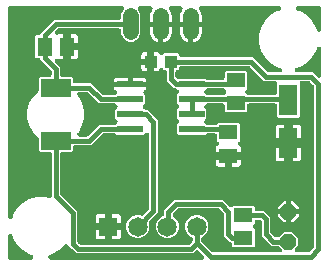
<source format=gbr>
G04 EAGLE Gerber RS-274X export*
G75*
%MOMM*%
%FSLAX34Y34*%
%LPD*%
%AMOC8*
5,1,8,0,0,1.08239X$1,22.5*%
G01*
%ADD10R,1.600000X2.600000*%
%ADD11R,1.050000X1.080000*%
%ADD12R,1.600000X1.300000*%
%ADD13R,2.200000X0.600000*%
%ADD14R,1.650000X1.650000*%
%ADD15C,1.650000*%
%ADD16P,1.429621X8X112.500000*%
%ADD17R,2.600000X1.500000*%
%ADD18R,1.300000X1.600000*%
%ADD19C,1.320800*%
%ADD20C,0.406400*%

G36*
X240402Y16258D02*
X240402Y16258D01*
X240411Y16257D01*
X240605Y16278D01*
X240794Y16297D01*
X240803Y16299D01*
X240812Y16300D01*
X240996Y16359D01*
X241179Y16415D01*
X241187Y16419D01*
X241196Y16422D01*
X241364Y16515D01*
X241533Y16607D01*
X241540Y16612D01*
X241548Y16617D01*
X241695Y16741D01*
X241842Y16864D01*
X241848Y16871D01*
X241855Y16877D01*
X241975Y17029D01*
X242095Y17178D01*
X242099Y17186D01*
X242104Y17193D01*
X242192Y17364D01*
X242280Y17535D01*
X242283Y17544D01*
X242287Y17552D01*
X242339Y17738D01*
X242392Y17922D01*
X242392Y17931D01*
X242395Y17940D01*
X242409Y18133D01*
X242425Y18324D01*
X242424Y18332D01*
X242424Y18341D01*
X242400Y18534D01*
X242378Y18723D01*
X242375Y18732D01*
X242374Y18741D01*
X242313Y18923D01*
X242253Y19106D01*
X242248Y19114D01*
X242246Y19122D01*
X242150Y19289D01*
X242055Y19457D01*
X242049Y19464D01*
X242045Y19471D01*
X241830Y19724D01*
X240306Y21248D01*
X240285Y21265D01*
X240268Y21286D01*
X240130Y21393D01*
X239994Y21503D01*
X239971Y21516D01*
X239950Y21532D01*
X239793Y21610D01*
X239639Y21692D01*
X239613Y21700D01*
X239589Y21712D01*
X239420Y21757D01*
X239253Y21807D01*
X239226Y21809D01*
X239200Y21816D01*
X238870Y21843D01*
X233477Y21843D01*
X225043Y30277D01*
X225043Y42012D01*
X225041Y42030D01*
X225043Y42048D01*
X225022Y42230D01*
X225003Y42413D01*
X224998Y42430D01*
X224996Y42447D01*
X224939Y42622D01*
X224885Y42798D01*
X224877Y42813D01*
X224871Y42830D01*
X224781Y42990D01*
X224693Y43152D01*
X224682Y43165D01*
X224673Y43181D01*
X224553Y43320D01*
X224436Y43461D01*
X224422Y43472D01*
X224410Y43486D01*
X224265Y43598D01*
X224122Y43713D01*
X224106Y43721D01*
X224092Y43732D01*
X223927Y43814D01*
X223765Y43899D01*
X223748Y43904D01*
X223732Y43912D01*
X223553Y43959D01*
X223378Y44010D01*
X223360Y44012D01*
X223343Y44016D01*
X223012Y44043D01*
X221106Y44043D01*
X221088Y44041D01*
X221070Y44043D01*
X220888Y44022D01*
X220705Y44003D01*
X220688Y43998D01*
X220671Y43996D01*
X220496Y43939D01*
X220320Y43885D01*
X220305Y43877D01*
X220288Y43871D01*
X220128Y43781D01*
X219966Y43693D01*
X219953Y43682D01*
X219937Y43673D01*
X219798Y43553D01*
X219657Y43436D01*
X219646Y43422D01*
X219632Y43410D01*
X219520Y43265D01*
X219405Y43122D01*
X219397Y43106D01*
X219386Y43092D01*
X219304Y42927D01*
X219219Y42765D01*
X219214Y42748D01*
X219206Y42732D01*
X219159Y42553D01*
X219108Y42378D01*
X219106Y42360D01*
X219102Y42343D01*
X219075Y42012D01*
X219075Y40468D01*
X218143Y39536D01*
X218131Y39522D01*
X218118Y39511D01*
X218004Y39367D01*
X217888Y39225D01*
X217879Y39209D01*
X217868Y39195D01*
X217785Y39031D01*
X217699Y38869D01*
X217694Y38852D01*
X217686Y38836D01*
X217636Y38659D01*
X217584Y38483D01*
X217583Y38465D01*
X217578Y38448D01*
X217564Y38265D01*
X217548Y38082D01*
X217550Y38064D01*
X217548Y38047D01*
X217571Y37865D01*
X217591Y37682D01*
X217597Y37665D01*
X217599Y37647D01*
X217657Y37473D01*
X217713Y37298D01*
X217721Y37282D01*
X217727Y37266D01*
X217819Y37107D01*
X217907Y36946D01*
X217919Y36932D01*
X217928Y36917D01*
X218143Y36664D01*
X219075Y35732D01*
X219075Y21468D01*
X218182Y20575D01*
X200918Y20575D01*
X200025Y21468D01*
X200025Y23012D01*
X200023Y23030D01*
X200025Y23048D01*
X200004Y23230D01*
X199985Y23413D01*
X199980Y23430D01*
X199978Y23447D01*
X199921Y23622D01*
X199867Y23798D01*
X199859Y23813D01*
X199853Y23830D01*
X199763Y23990D01*
X199675Y24152D01*
X199664Y24165D01*
X199655Y24181D01*
X199535Y24320D01*
X199418Y24461D01*
X199404Y24472D01*
X199392Y24486D01*
X199247Y24598D01*
X199104Y24713D01*
X199088Y24721D01*
X199074Y24732D01*
X198909Y24814D01*
X198747Y24899D01*
X198730Y24904D01*
X198714Y24912D01*
X198638Y24932D01*
X193293Y30277D01*
X193293Y48485D01*
X193291Y48512D01*
X193293Y48539D01*
X193271Y48713D01*
X193253Y48886D01*
X193246Y48911D01*
X193242Y48938D01*
X193187Y49104D01*
X193135Y49271D01*
X193122Y49294D01*
X193114Y49320D01*
X193027Y49471D01*
X192943Y49625D01*
X192926Y49645D01*
X192913Y49669D01*
X192698Y49922D01*
X189622Y52998D01*
X189601Y53015D01*
X189583Y53036D01*
X189446Y53143D01*
X189310Y53253D01*
X189287Y53266D01*
X189265Y53282D01*
X189108Y53360D01*
X188954Y53442D01*
X188929Y53450D01*
X188905Y53462D01*
X188735Y53507D01*
X188569Y53557D01*
X188542Y53559D01*
X188516Y53566D01*
X188185Y53593D01*
X154715Y53593D01*
X154688Y53591D01*
X154661Y53593D01*
X154487Y53571D01*
X154314Y53553D01*
X154289Y53546D01*
X154262Y53542D01*
X154096Y53487D01*
X153929Y53435D01*
X153906Y53422D01*
X153880Y53414D01*
X153729Y53327D01*
X153575Y53243D01*
X153555Y53226D01*
X153531Y53213D01*
X153278Y52998D01*
X150202Y49922D01*
X150185Y49901D01*
X150164Y49883D01*
X150057Y49746D01*
X149947Y49610D01*
X149934Y49587D01*
X149918Y49565D01*
X149840Y49408D01*
X149758Y49254D01*
X149750Y49229D01*
X149738Y49205D01*
X149693Y49035D01*
X149643Y48869D01*
X149641Y48842D01*
X149634Y48816D01*
X149607Y48485D01*
X149607Y48233D01*
X149609Y48210D01*
X149607Y48188D01*
X149629Y48010D01*
X149647Y47832D01*
X149653Y47811D01*
X149656Y47788D01*
X149712Y47618D01*
X149765Y47447D01*
X149775Y47427D01*
X149782Y47406D01*
X149871Y47250D01*
X149957Y47093D01*
X149971Y47076D01*
X149982Y47057D01*
X150100Y46921D01*
X150214Y46784D01*
X150232Y46770D01*
X150246Y46753D01*
X150388Y46644D01*
X150528Y46532D01*
X150548Y46521D01*
X150566Y46508D01*
X150772Y46402D01*
X153537Y43637D01*
X155025Y40044D01*
X155025Y36156D01*
X153537Y32563D01*
X150787Y29813D01*
X147194Y28325D01*
X143306Y28325D01*
X139713Y29813D01*
X136963Y32563D01*
X135475Y36156D01*
X135475Y40044D01*
X136963Y43637D01*
X139713Y46387D01*
X140907Y46881D01*
X141239Y47019D01*
X141259Y47029D01*
X141280Y47036D01*
X141436Y47124D01*
X141594Y47209D01*
X141611Y47223D01*
X141631Y47234D01*
X141766Y47351D01*
X141905Y47465D01*
X141919Y47483D01*
X141936Y47497D01*
X142045Y47639D01*
X142158Y47778D01*
X142169Y47798D01*
X142182Y47815D01*
X142262Y47976D01*
X142345Y48135D01*
X142352Y48156D01*
X142362Y48176D01*
X142408Y48350D01*
X142458Y48521D01*
X142460Y48543D01*
X142466Y48565D01*
X142493Y48895D01*
X142493Y52273D01*
X150927Y60707D01*
X191973Y60707D01*
X197551Y55129D01*
X197564Y55118D01*
X197576Y55105D01*
X197720Y54991D01*
X197862Y54874D01*
X197878Y54866D01*
X197892Y54855D01*
X198056Y54772D01*
X198218Y54686D01*
X198235Y54681D01*
X198251Y54673D01*
X198428Y54623D01*
X198604Y54571D01*
X198621Y54569D01*
X198639Y54565D01*
X198822Y54551D01*
X199005Y54535D01*
X199022Y54537D01*
X199040Y54535D01*
X199222Y54558D01*
X199405Y54578D01*
X199422Y54583D01*
X199440Y54586D01*
X199613Y54644D01*
X199789Y54699D01*
X199804Y54708D01*
X199821Y54714D01*
X199981Y54806D01*
X200141Y54894D01*
X200155Y54906D01*
X200170Y54915D01*
X200423Y55129D01*
X200918Y55625D01*
X218182Y55625D01*
X219075Y54732D01*
X219075Y53188D01*
X219077Y53170D01*
X219075Y53152D01*
X219096Y52970D01*
X219115Y52787D01*
X219120Y52770D01*
X219122Y52753D01*
X219179Y52578D01*
X219233Y52402D01*
X219241Y52387D01*
X219247Y52370D01*
X219337Y52209D01*
X219425Y52048D01*
X219436Y52035D01*
X219445Y52019D01*
X219565Y51880D01*
X219682Y51739D01*
X219696Y51728D01*
X219708Y51714D01*
X219853Y51602D01*
X219996Y51487D01*
X220012Y51479D01*
X220026Y51468D01*
X220191Y51386D01*
X220353Y51301D01*
X220370Y51296D01*
X220386Y51288D01*
X220565Y51241D01*
X220740Y51190D01*
X220758Y51188D01*
X220775Y51184D01*
X221106Y51157D01*
X226923Y51157D01*
X232157Y45923D01*
X232157Y34065D01*
X232159Y34038D01*
X232157Y34011D01*
X232179Y33837D01*
X232197Y33664D01*
X232204Y33639D01*
X232208Y33612D01*
X232263Y33446D01*
X232315Y33279D01*
X232328Y33256D01*
X232336Y33230D01*
X232423Y33079D01*
X232507Y32925D01*
X232524Y32905D01*
X232537Y32881D01*
X232752Y32628D01*
X235828Y29552D01*
X235849Y29535D01*
X235867Y29514D01*
X236004Y29407D01*
X236140Y29297D01*
X236163Y29284D01*
X236185Y29268D01*
X236342Y29190D01*
X236496Y29108D01*
X236521Y29100D01*
X236545Y29088D01*
X236715Y29043D01*
X236881Y28993D01*
X236908Y28991D01*
X236934Y28984D01*
X237265Y28957D01*
X238870Y28957D01*
X238896Y28959D01*
X238923Y28957D01*
X239097Y28979D01*
X239270Y28997D01*
X239296Y29004D01*
X239322Y29008D01*
X239488Y29064D01*
X239655Y29115D01*
X239679Y29128D01*
X239704Y29136D01*
X239856Y29223D01*
X240009Y29307D01*
X240030Y29324D01*
X240053Y29337D01*
X240306Y29552D01*
X244283Y33529D01*
X251017Y33529D01*
X255779Y28767D01*
X255779Y22033D01*
X253470Y19724D01*
X253464Y19717D01*
X253458Y19712D01*
X253337Y19562D01*
X253215Y19413D01*
X253211Y19405D01*
X253205Y19398D01*
X253117Y19228D01*
X253026Y19057D01*
X253024Y19048D01*
X253020Y19041D01*
X252967Y18856D01*
X252912Y18671D01*
X252911Y18662D01*
X252908Y18654D01*
X252893Y18463D01*
X252875Y18270D01*
X252876Y18261D01*
X252875Y18252D01*
X252898Y18063D01*
X252919Y17870D01*
X252921Y17861D01*
X252922Y17853D01*
X252982Y17671D01*
X253040Y17486D01*
X253044Y17478D01*
X253047Y17470D01*
X253142Y17301D01*
X253235Y17134D01*
X253241Y17127D01*
X253245Y17119D01*
X253371Y16973D01*
X253495Y16827D01*
X253502Y16821D01*
X253508Y16814D01*
X253660Y16697D01*
X253811Y16577D01*
X253819Y16573D01*
X253826Y16568D01*
X253998Y16482D01*
X254170Y16395D01*
X254179Y16392D01*
X254187Y16388D01*
X254373Y16338D01*
X254558Y16287D01*
X254567Y16286D01*
X254576Y16284D01*
X254906Y16257D01*
X264385Y16257D01*
X264412Y16259D01*
X264439Y16257D01*
X264613Y16279D01*
X264786Y16297D01*
X264811Y16304D01*
X264838Y16308D01*
X265004Y16363D01*
X265171Y16415D01*
X265194Y16428D01*
X265220Y16436D01*
X265371Y16523D01*
X265525Y16607D01*
X265545Y16624D01*
X265569Y16637D01*
X265822Y16852D01*
X268898Y19928D01*
X268915Y19949D01*
X268936Y19967D01*
X269043Y20104D01*
X269153Y20240D01*
X269166Y20263D01*
X269182Y20285D01*
X269260Y20442D01*
X269342Y20596D01*
X269350Y20621D01*
X269362Y20645D01*
X269407Y20815D01*
X269457Y20981D01*
X269459Y21008D01*
X269466Y21034D01*
X269493Y21365D01*
X269493Y156435D01*
X269493Y156442D01*
X269493Y156446D01*
X269491Y156465D01*
X269493Y156489D01*
X269471Y156663D01*
X269453Y156836D01*
X269446Y156861D01*
X269442Y156888D01*
X269387Y157054D01*
X269335Y157221D01*
X269322Y157244D01*
X269314Y157270D01*
X269227Y157421D01*
X269143Y157575D01*
X269126Y157595D01*
X269113Y157619D01*
X268898Y157872D01*
X265822Y160948D01*
X265801Y160965D01*
X265783Y160986D01*
X265646Y161093D01*
X265510Y161203D01*
X265487Y161216D01*
X265465Y161232D01*
X265308Y161310D01*
X265154Y161392D01*
X265129Y161400D01*
X265105Y161412D01*
X264935Y161457D01*
X264769Y161507D01*
X264742Y161509D01*
X264716Y161516D01*
X264385Y161543D01*
X259167Y161543D01*
X259158Y161542D01*
X259148Y161543D01*
X258958Y161522D01*
X258766Y161503D01*
X258757Y161501D01*
X258748Y161500D01*
X258566Y161442D01*
X258381Y161385D01*
X258373Y161381D01*
X258364Y161378D01*
X258197Y161285D01*
X258027Y161193D01*
X258020Y161188D01*
X258012Y161183D01*
X257865Y161058D01*
X257718Y160936D01*
X257712Y160928D01*
X257705Y160922D01*
X257586Y160772D01*
X257466Y160622D01*
X257461Y160614D01*
X257456Y160606D01*
X257368Y160434D01*
X257280Y160265D01*
X257278Y160256D01*
X257273Y160247D01*
X257222Y160062D01*
X257169Y159878D01*
X257168Y159868D01*
X257166Y159859D01*
X257151Y159666D01*
X257136Y159476D01*
X257137Y159467D01*
X257136Y159458D01*
X257161Y159267D01*
X257175Y159146D01*
X257175Y131368D01*
X256282Y130475D01*
X239018Y130475D01*
X238125Y131368D01*
X238125Y140462D01*
X238123Y140480D01*
X238125Y140498D01*
X238104Y140680D01*
X238085Y140863D01*
X238080Y140880D01*
X238078Y140897D01*
X238021Y141072D01*
X237967Y141248D01*
X237959Y141263D01*
X237953Y141280D01*
X237863Y141439D01*
X237775Y141602D01*
X237764Y141615D01*
X237755Y141631D01*
X237635Y141770D01*
X237518Y141911D01*
X237504Y141922D01*
X237492Y141936D01*
X237347Y142048D01*
X237204Y142163D01*
X237188Y142171D01*
X237174Y142182D01*
X237009Y142264D01*
X236847Y142349D01*
X236830Y142354D01*
X236814Y142362D01*
X236635Y142409D01*
X236460Y142460D01*
X236442Y142462D01*
X236425Y142466D01*
X236094Y142493D01*
X214756Y142493D01*
X214738Y142491D01*
X214720Y142493D01*
X214538Y142472D01*
X214355Y142453D01*
X214338Y142448D01*
X214321Y142446D01*
X214146Y142389D01*
X213970Y142335D01*
X213955Y142327D01*
X213938Y142321D01*
X213778Y142231D01*
X213616Y142143D01*
X213603Y142132D01*
X213587Y142123D01*
X213448Y142003D01*
X213307Y141886D01*
X213296Y141872D01*
X213282Y141860D01*
X213170Y141715D01*
X213055Y141572D01*
X213047Y141556D01*
X213036Y141542D01*
X212954Y141377D01*
X212869Y141215D01*
X212864Y141198D01*
X212856Y141182D01*
X212809Y141003D01*
X212758Y140828D01*
X212756Y140810D01*
X212752Y140793D01*
X212725Y140462D01*
X212725Y135768D01*
X211832Y134875D01*
X194568Y134875D01*
X193675Y135768D01*
X193675Y140462D01*
X193673Y140480D01*
X193675Y140498D01*
X193654Y140680D01*
X193635Y140863D01*
X193630Y140880D01*
X193628Y140897D01*
X193571Y141072D01*
X193517Y141248D01*
X193509Y141263D01*
X193503Y141280D01*
X193413Y141439D01*
X193325Y141602D01*
X193314Y141615D01*
X193305Y141631D01*
X193185Y141770D01*
X193068Y141911D01*
X193054Y141922D01*
X193042Y141936D01*
X192897Y142048D01*
X192754Y142163D01*
X192738Y142171D01*
X192724Y142182D01*
X192559Y142264D01*
X192397Y142349D01*
X192380Y142354D01*
X192364Y142362D01*
X192185Y142409D01*
X192010Y142460D01*
X191992Y142462D01*
X191975Y142466D01*
X191644Y142493D01*
X179141Y142493D01*
X179114Y142491D01*
X179088Y142493D01*
X178914Y142471D01*
X178740Y142453D01*
X178715Y142446D01*
X178688Y142442D01*
X178523Y142387D01*
X178355Y142335D01*
X178332Y142322D01*
X178307Y142314D01*
X178155Y142227D01*
X178001Y142143D01*
X177981Y142126D01*
X177958Y142113D01*
X177705Y141898D01*
X176943Y141136D01*
X176931Y141123D01*
X176918Y141111D01*
X176804Y140967D01*
X176688Y140825D01*
X176679Y140809D01*
X176668Y140795D01*
X176585Y140632D01*
X176499Y140469D01*
X176494Y140452D01*
X176486Y140436D01*
X176437Y140260D01*
X176384Y140083D01*
X176383Y140065D01*
X176378Y140048D01*
X176364Y139865D01*
X176348Y139682D01*
X176350Y139665D01*
X176348Y139647D01*
X176371Y139465D01*
X176391Y139282D01*
X176397Y139265D01*
X176399Y139247D01*
X176457Y139073D01*
X176513Y138898D01*
X176521Y138883D01*
X176527Y138866D01*
X176619Y138706D01*
X176707Y138546D01*
X176719Y138532D01*
X176728Y138517D01*
X176943Y138264D01*
X178225Y136982D01*
X178225Y129718D01*
X176943Y128436D01*
X176931Y128423D01*
X176918Y128411D01*
X176804Y128267D01*
X176688Y128125D01*
X176679Y128109D01*
X176668Y128095D01*
X176585Y127931D01*
X176499Y127769D01*
X176494Y127752D01*
X176486Y127736D01*
X176436Y127559D01*
X176384Y127383D01*
X176383Y127365D01*
X176378Y127348D01*
X176364Y127165D01*
X176348Y126982D01*
X176350Y126964D01*
X176348Y126947D01*
X176371Y126765D01*
X176391Y126582D01*
X176397Y126565D01*
X176399Y126547D01*
X176457Y126374D01*
X176513Y126198D01*
X176521Y126182D01*
X176527Y126166D01*
X176618Y126007D01*
X176707Y125846D01*
X176719Y125832D01*
X176728Y125817D01*
X176943Y125564D01*
X177705Y124802D01*
X177725Y124785D01*
X177743Y124764D01*
X177881Y124657D01*
X178016Y124547D01*
X178040Y124534D01*
X178061Y124518D01*
X178218Y124440D01*
X178372Y124358D01*
X178397Y124350D01*
X178421Y124338D01*
X178591Y124293D01*
X178758Y124243D01*
X178784Y124241D01*
X178810Y124234D01*
X179141Y124207D01*
X185609Y124207D01*
X185636Y124209D01*
X185662Y124207D01*
X185836Y124229D01*
X186010Y124247D01*
X186035Y124254D01*
X186062Y124258D01*
X186227Y124313D01*
X186395Y124365D01*
X186418Y124378D01*
X186443Y124386D01*
X186595Y124473D01*
X186749Y124557D01*
X186769Y124574D01*
X186792Y124587D01*
X187045Y124802D01*
X188218Y125975D01*
X205482Y125975D01*
X206375Y125082D01*
X206375Y110818D01*
X205511Y109955D01*
X205459Y109891D01*
X205400Y109834D01*
X205332Y109736D01*
X205256Y109643D01*
X205217Y109571D01*
X205171Y109503D01*
X205123Y109393D01*
X205067Y109288D01*
X205044Y109209D01*
X205011Y109133D01*
X204987Y109016D01*
X204953Y108902D01*
X204945Y108820D01*
X204928Y108739D01*
X204927Y108620D01*
X204916Y108501D01*
X204925Y108419D01*
X204924Y108337D01*
X204947Y108219D01*
X204960Y108100D01*
X204984Y108022D01*
X205000Y107941D01*
X205045Y107831D01*
X205081Y107717D01*
X205121Y107645D01*
X205152Y107569D01*
X205218Y107469D01*
X205276Y107364D01*
X205329Y107301D01*
X205374Y107233D01*
X205459Y107149D01*
X205536Y107057D01*
X205601Y107006D01*
X205659Y106948D01*
X205784Y106861D01*
X205852Y106808D01*
X205889Y106789D01*
X205932Y106759D01*
X206410Y106483D01*
X206883Y106010D01*
X207218Y105431D01*
X207391Y104785D01*
X207391Y101199D01*
X198068Y101199D01*
X198050Y101197D01*
X198033Y101199D01*
X197850Y101178D01*
X197668Y101159D01*
X197651Y101154D01*
X197633Y101152D01*
X197458Y101095D01*
X197283Y101041D01*
X197267Y101033D01*
X197250Y101027D01*
X197090Y100937D01*
X196929Y100849D01*
X196915Y100838D01*
X196899Y100829D01*
X196847Y100784D01*
X196742Y100869D01*
X196726Y100877D01*
X196712Y100888D01*
X196547Y100970D01*
X196384Y101055D01*
X196367Y101060D01*
X196351Y101068D01*
X196173Y101115D01*
X195998Y101166D01*
X195980Y101168D01*
X195963Y101172D01*
X195632Y101199D01*
X186309Y101199D01*
X186309Y104785D01*
X186482Y105431D01*
X186817Y106010D01*
X187290Y106483D01*
X187768Y106759D01*
X187835Y106807D01*
X187907Y106847D01*
X187998Y106924D01*
X188095Y106994D01*
X188151Y107054D01*
X188214Y107107D01*
X188288Y107201D01*
X188370Y107289D01*
X188413Y107359D01*
X188464Y107423D01*
X188518Y107530D01*
X188580Y107632D01*
X188609Y107709D01*
X188646Y107782D01*
X188678Y107897D01*
X188719Y108010D01*
X188732Y108091D01*
X188754Y108170D01*
X188763Y108290D01*
X188781Y108408D01*
X188777Y108490D01*
X188783Y108572D01*
X188768Y108691D01*
X188763Y108810D01*
X188743Y108890D01*
X188733Y108971D01*
X188695Y109085D01*
X188666Y109201D01*
X188631Y109275D01*
X188605Y109353D01*
X188545Y109456D01*
X188494Y109565D01*
X188445Y109631D01*
X188404Y109702D01*
X188305Y109818D01*
X188253Y109887D01*
X188223Y109915D01*
X188189Y109955D01*
X187325Y110818D01*
X187325Y115062D01*
X187323Y115080D01*
X187325Y115098D01*
X187304Y115280D01*
X187285Y115463D01*
X187280Y115480D01*
X187278Y115497D01*
X187221Y115672D01*
X187167Y115848D01*
X187159Y115863D01*
X187153Y115880D01*
X187063Y116040D01*
X186975Y116202D01*
X186964Y116215D01*
X186955Y116231D01*
X186835Y116370D01*
X186718Y116511D01*
X186704Y116522D01*
X186692Y116536D01*
X186547Y116648D01*
X186404Y116763D01*
X186388Y116771D01*
X186374Y116782D01*
X186209Y116864D01*
X186047Y116949D01*
X186030Y116954D01*
X186014Y116962D01*
X185835Y117009D01*
X185660Y117060D01*
X185642Y117062D01*
X185625Y117066D01*
X185294Y117093D01*
X179141Y117093D01*
X179114Y117091D01*
X179088Y117093D01*
X178914Y117071D01*
X178740Y117053D01*
X178715Y117046D01*
X178688Y117042D01*
X178523Y116987D01*
X178355Y116935D01*
X178332Y116922D01*
X178307Y116914D01*
X178155Y116827D01*
X178001Y116743D01*
X177981Y116726D01*
X177958Y116713D01*
X177705Y116498D01*
X177332Y116125D01*
X154068Y116125D01*
X153175Y117018D01*
X153175Y124282D01*
X154457Y125564D01*
X154469Y125578D01*
X154482Y125589D01*
X154596Y125733D01*
X154712Y125875D01*
X154721Y125891D01*
X154732Y125905D01*
X154815Y126069D01*
X154901Y126231D01*
X154906Y126248D01*
X154914Y126264D01*
X154963Y126440D01*
X155016Y126617D01*
X155017Y126635D01*
X155022Y126652D01*
X155036Y126835D01*
X155052Y127018D01*
X155050Y127036D01*
X155052Y127053D01*
X155029Y127235D01*
X155009Y127418D01*
X155003Y127435D01*
X155001Y127453D01*
X154943Y127627D01*
X154887Y127802D01*
X154879Y127818D01*
X154873Y127834D01*
X154781Y127993D01*
X154693Y128154D01*
X154681Y128168D01*
X154672Y128183D01*
X154457Y128436D01*
X153175Y129718D01*
X153175Y136982D01*
X154457Y138264D01*
X154469Y138278D01*
X154482Y138289D01*
X154596Y138433D01*
X154712Y138575D01*
X154721Y138591D01*
X154732Y138605D01*
X154815Y138769D01*
X154901Y138931D01*
X154906Y138948D01*
X154914Y138964D01*
X154964Y139141D01*
X155016Y139317D01*
X155017Y139335D01*
X155022Y139352D01*
X155036Y139535D01*
X155052Y139718D01*
X155050Y139736D01*
X155052Y139753D01*
X155029Y139935D01*
X155009Y140118D01*
X155003Y140135D01*
X155001Y140153D01*
X154943Y140327D01*
X154887Y140502D01*
X154879Y140518D01*
X154873Y140534D01*
X154781Y140693D01*
X154693Y140854D01*
X154681Y140868D01*
X154672Y140883D01*
X154457Y141136D01*
X153175Y142418D01*
X153175Y149682D01*
X154457Y150964D01*
X154469Y150977D01*
X154482Y150989D01*
X154596Y151133D01*
X154712Y151275D01*
X154721Y151291D01*
X154732Y151305D01*
X154815Y151469D01*
X154901Y151631D01*
X154906Y151648D01*
X154914Y151664D01*
X154964Y151841D01*
X155016Y152017D01*
X155017Y152035D01*
X155022Y152052D01*
X155036Y152235D01*
X155052Y152418D01*
X155050Y152436D01*
X155052Y152453D01*
X155029Y152635D01*
X155009Y152818D01*
X155003Y152835D01*
X155001Y152853D01*
X154943Y153026D01*
X154887Y153202D01*
X154879Y153218D01*
X154873Y153234D01*
X154782Y153393D01*
X154693Y153554D01*
X154681Y153568D01*
X154672Y153583D01*
X154457Y153836D01*
X153695Y154598D01*
X153675Y154615D01*
X153657Y154636D01*
X153519Y154743D01*
X153384Y154853D01*
X153360Y154866D01*
X153339Y154882D01*
X153182Y154960D01*
X153028Y155042D01*
X153003Y155050D01*
X152979Y155062D01*
X152809Y155107D01*
X152642Y155157D01*
X152616Y155159D01*
X152590Y155166D01*
X152259Y155193D01*
X150927Y155193D01*
X144893Y161227D01*
X144893Y168844D01*
X144891Y168862D01*
X144893Y168880D01*
X144872Y169062D01*
X144853Y169245D01*
X144848Y169262D01*
X144846Y169279D01*
X144789Y169454D01*
X144735Y169630D01*
X144727Y169645D01*
X144721Y169662D01*
X144631Y169822D01*
X144543Y169984D01*
X144532Y169997D01*
X144523Y170013D01*
X144403Y170152D01*
X144286Y170293D01*
X144272Y170304D01*
X144260Y170318D01*
X144115Y170430D01*
X143972Y170545D01*
X143956Y170553D01*
X143942Y170564D01*
X143777Y170646D01*
X143615Y170731D01*
X143598Y170736D01*
X143582Y170744D01*
X143403Y170791D01*
X143228Y170842D01*
X143210Y170844D01*
X143193Y170848D01*
X142862Y170875D01*
X142568Y170875D01*
X141705Y171739D01*
X141641Y171791D01*
X141584Y171850D01*
X141486Y171918D01*
X141393Y171994D01*
X141321Y172033D01*
X141253Y172079D01*
X141143Y172127D01*
X141038Y172183D01*
X140959Y172206D01*
X140883Y172239D01*
X140766Y172263D01*
X140652Y172297D01*
X140570Y172305D01*
X140489Y172322D01*
X140370Y172323D01*
X140251Y172334D01*
X140169Y172325D01*
X140087Y172326D01*
X139969Y172303D01*
X139850Y172290D01*
X139772Y172266D01*
X139691Y172250D01*
X139581Y172205D01*
X139467Y172169D01*
X139395Y172129D01*
X139319Y172098D01*
X139219Y172032D01*
X139114Y171974D01*
X139051Y171921D01*
X138983Y171876D01*
X138899Y171791D01*
X138807Y171714D01*
X138756Y171649D01*
X138698Y171591D01*
X138611Y171466D01*
X138558Y171398D01*
X138539Y171361D01*
X138509Y171318D01*
X138233Y170840D01*
X137760Y170367D01*
X137181Y170032D01*
X136535Y169859D01*
X133574Y169859D01*
X133574Y177207D01*
X133572Y177225D01*
X133574Y177242D01*
X133553Y177425D01*
X133534Y177607D01*
X133529Y177624D01*
X133527Y177642D01*
X133476Y177798D01*
X133490Y177852D01*
X133541Y178027D01*
X133543Y178045D01*
X133547Y178062D01*
X133574Y178393D01*
X133574Y185741D01*
X136535Y185741D01*
X137181Y185568D01*
X137760Y185233D01*
X138233Y184760D01*
X138509Y184282D01*
X138557Y184215D01*
X138597Y184143D01*
X138674Y184052D01*
X138744Y183955D01*
X138804Y183899D01*
X138857Y183836D01*
X138951Y183762D01*
X139039Y183680D01*
X139109Y183637D01*
X139173Y183586D01*
X139280Y183532D01*
X139382Y183470D01*
X139459Y183441D01*
X139532Y183404D01*
X139647Y183372D01*
X139760Y183331D01*
X139841Y183318D01*
X139920Y183296D01*
X140040Y183287D01*
X140158Y183269D01*
X140240Y183273D01*
X140322Y183267D01*
X140441Y183282D01*
X140560Y183287D01*
X140640Y183307D01*
X140721Y183317D01*
X140835Y183355D01*
X140951Y183384D01*
X141025Y183419D01*
X141103Y183445D01*
X141206Y183505D01*
X141315Y183556D01*
X141381Y183605D01*
X141452Y183646D01*
X141568Y183745D01*
X141637Y183797D01*
X141665Y183827D01*
X141705Y183861D01*
X142568Y184725D01*
X154332Y184725D01*
X155225Y183832D01*
X155225Y183388D01*
X155227Y183370D01*
X155225Y183352D01*
X155246Y183170D01*
X155265Y182987D01*
X155270Y182970D01*
X155272Y182953D01*
X155329Y182778D01*
X155383Y182602D01*
X155391Y182587D01*
X155397Y182570D01*
X155487Y182410D01*
X155575Y182248D01*
X155586Y182235D01*
X155595Y182219D01*
X155715Y182080D01*
X155832Y181939D01*
X155846Y181928D01*
X155858Y181914D01*
X156003Y181802D01*
X156146Y181687D01*
X156162Y181679D01*
X156176Y181668D01*
X156341Y181586D01*
X156503Y181501D01*
X156520Y181496D01*
X156536Y181488D01*
X156715Y181441D01*
X156890Y181390D01*
X156908Y181388D01*
X156925Y181384D01*
X157256Y181357D01*
X217373Y181357D01*
X229478Y169252D01*
X229499Y169235D01*
X229517Y169214D01*
X229654Y169107D01*
X229790Y168997D01*
X229813Y168984D01*
X229835Y168968D01*
X229992Y168889D01*
X230146Y168808D01*
X230171Y168800D01*
X230195Y168788D01*
X230365Y168743D01*
X230531Y168693D01*
X230558Y168691D01*
X230584Y168684D01*
X230915Y168657D01*
X240280Y168657D01*
X240417Y168670D01*
X240554Y168675D01*
X240617Y168690D01*
X240681Y168697D01*
X240812Y168737D01*
X240946Y168769D01*
X241004Y168796D01*
X241066Y168815D01*
X241187Y168880D01*
X241311Y168938D01*
X241363Y168976D01*
X241420Y169007D01*
X241525Y169094D01*
X241636Y169176D01*
X241680Y169223D01*
X241729Y169264D01*
X241815Y169371D01*
X241908Y169473D01*
X241941Y169528D01*
X241982Y169578D01*
X242045Y169700D01*
X242116Y169818D01*
X242137Y169878D01*
X242167Y169935D01*
X242205Y170067D01*
X242251Y170197D01*
X242261Y170260D01*
X242278Y170322D01*
X242290Y170459D01*
X242309Y170595D01*
X242306Y170659D01*
X242311Y170724D01*
X242295Y170860D01*
X242288Y170997D01*
X242272Y171060D01*
X242264Y171123D01*
X242222Y171254D01*
X242188Y171387D01*
X242160Y171445D01*
X242140Y171506D01*
X242072Y171626D01*
X242012Y171749D01*
X241973Y171801D01*
X241942Y171857D01*
X241852Y171961D01*
X241769Y172070D01*
X241721Y172113D01*
X241678Y172161D01*
X241570Y172246D01*
X241467Y172337D01*
X241411Y172369D01*
X241360Y172408D01*
X241237Y172469D01*
X241118Y172538D01*
X241049Y172563D01*
X241000Y172588D01*
X240923Y172608D01*
X240806Y172650D01*
X237944Y173417D01*
X232210Y176728D01*
X227528Y181410D01*
X224217Y187144D01*
X222503Y193539D01*
X222503Y200161D01*
X224217Y206556D01*
X227528Y212290D01*
X232210Y216972D01*
X237944Y220283D01*
X239858Y220796D01*
X239986Y220844D01*
X240118Y220885D01*
X240175Y220916D01*
X240235Y220938D01*
X240351Y221011D01*
X240472Y221077D01*
X240521Y221118D01*
X240576Y221152D01*
X240676Y221246D01*
X240781Y221334D01*
X240822Y221384D01*
X240868Y221429D01*
X240948Y221541D01*
X241034Y221648D01*
X241063Y221705D01*
X241100Y221758D01*
X241156Y221884D01*
X241219Y222005D01*
X241237Y222067D01*
X241263Y222126D01*
X241293Y222260D01*
X241331Y222392D01*
X241336Y222456D01*
X241350Y222519D01*
X241352Y222657D01*
X241363Y222794D01*
X241356Y222857D01*
X241357Y222922D01*
X241332Y223057D01*
X241316Y223193D01*
X241296Y223255D01*
X241285Y223318D01*
X241234Y223445D01*
X241192Y223576D01*
X241160Y223632D01*
X241136Y223692D01*
X241061Y223807D01*
X240994Y223927D01*
X240952Y223976D01*
X240917Y224029D01*
X240820Y224128D01*
X240731Y224232D01*
X240680Y224271D01*
X240635Y224317D01*
X240521Y224394D01*
X240412Y224478D01*
X240355Y224507D01*
X240302Y224543D01*
X240175Y224596D01*
X240052Y224658D01*
X239990Y224674D01*
X239930Y224699D01*
X239796Y224726D01*
X239663Y224762D01*
X239589Y224768D01*
X239536Y224779D01*
X239456Y224779D01*
X239332Y224789D01*
X174116Y224789D01*
X174065Y224784D01*
X174014Y224787D01*
X173865Y224764D01*
X173716Y224749D01*
X173667Y224734D01*
X173616Y224727D01*
X173475Y224675D01*
X173331Y224631D01*
X173286Y224607D01*
X173238Y224589D01*
X173109Y224511D01*
X172977Y224439D01*
X172937Y224407D01*
X172894Y224380D01*
X172783Y224278D01*
X172667Y224182D01*
X172635Y224142D01*
X172598Y224107D01*
X172509Y223985D01*
X172415Y223868D01*
X172391Y223823D01*
X172361Y223781D01*
X172299Y223644D01*
X172229Y223511D01*
X172215Y223462D01*
X172194Y223415D01*
X172160Y223268D01*
X172118Y223124D01*
X172114Y223073D01*
X172102Y223023D01*
X172097Y222872D01*
X172085Y222722D01*
X172091Y222672D01*
X172090Y222621D01*
X172115Y222472D01*
X172132Y222323D01*
X172148Y222274D01*
X172156Y222224D01*
X172210Y222083D01*
X172257Y221940D01*
X172282Y221895D01*
X172300Y221848D01*
X172420Y221650D01*
X172455Y221589D01*
X172464Y221579D01*
X172473Y221564D01*
X172921Y220947D01*
X173575Y219664D01*
X174020Y218295D01*
X174245Y216874D01*
X174245Y211581D01*
X165100Y211581D01*
X155955Y211581D01*
X155955Y216874D01*
X156180Y218295D01*
X156625Y219664D01*
X157279Y220947D01*
X157727Y221564D01*
X157753Y221608D01*
X157785Y221648D01*
X157854Y221782D01*
X157930Y221912D01*
X157947Y221960D01*
X157971Y222005D01*
X158012Y222150D01*
X158061Y222292D01*
X158068Y222343D01*
X158082Y222392D01*
X158094Y222542D01*
X158114Y222692D01*
X158111Y222743D01*
X158115Y222794D01*
X158097Y222943D01*
X158087Y223093D01*
X158074Y223143D01*
X158068Y223193D01*
X158021Y223337D01*
X157982Y223482D01*
X157959Y223528D01*
X157943Y223576D01*
X157869Y223707D01*
X157802Y223842D01*
X157770Y223882D01*
X157745Y223927D01*
X157647Y224041D01*
X157554Y224159D01*
X157515Y224193D01*
X157482Y224232D01*
X157363Y224324D01*
X157249Y224422D01*
X157204Y224447D01*
X157164Y224478D01*
X157029Y224545D01*
X156898Y224619D01*
X156849Y224635D01*
X156803Y224658D01*
X156658Y224697D01*
X156515Y224743D01*
X156464Y224749D01*
X156415Y224762D01*
X156184Y224781D01*
X156115Y224789D01*
X156101Y224788D01*
X156084Y224789D01*
X148716Y224789D01*
X148665Y224784D01*
X148614Y224787D01*
X148465Y224764D01*
X148316Y224749D01*
X148267Y224734D01*
X148216Y224727D01*
X148074Y224675D01*
X147931Y224631D01*
X147886Y224607D01*
X147838Y224589D01*
X147709Y224511D01*
X147577Y224439D01*
X147537Y224407D01*
X147494Y224380D01*
X147383Y224278D01*
X147267Y224182D01*
X147235Y224142D01*
X147198Y224107D01*
X147109Y223985D01*
X147015Y223868D01*
X146992Y223823D01*
X146961Y223781D01*
X146899Y223644D01*
X146830Y223511D01*
X146815Y223462D01*
X146794Y223415D01*
X146760Y223268D01*
X146718Y223124D01*
X146714Y223073D01*
X146702Y223023D01*
X146698Y222873D01*
X146685Y222722D01*
X146691Y222672D01*
X146690Y222621D01*
X146715Y222472D01*
X146732Y222323D01*
X146748Y222274D01*
X146756Y222224D01*
X146810Y222083D01*
X146857Y221940D01*
X146882Y221895D01*
X146900Y221848D01*
X147020Y221650D01*
X147055Y221589D01*
X147064Y221579D01*
X147073Y221564D01*
X147521Y220947D01*
X148175Y219664D01*
X148620Y218295D01*
X148845Y216874D01*
X148845Y211581D01*
X139700Y211581D01*
X130555Y211581D01*
X130555Y216874D01*
X130780Y218295D01*
X131225Y219664D01*
X131879Y220947D01*
X132327Y221564D01*
X132353Y221608D01*
X132385Y221648D01*
X132454Y221782D01*
X132530Y221912D01*
X132547Y221960D01*
X132570Y222005D01*
X132612Y222150D01*
X132661Y222292D01*
X132668Y222343D01*
X132682Y222392D01*
X132694Y222543D01*
X132714Y222692D01*
X132711Y222743D01*
X132715Y222794D01*
X132697Y222943D01*
X132687Y223093D01*
X132674Y223143D01*
X132668Y223193D01*
X132621Y223337D01*
X132582Y223482D01*
X132559Y223528D01*
X132543Y223576D01*
X132469Y223707D01*
X132402Y223842D01*
X132370Y223882D01*
X132345Y223927D01*
X132247Y224041D01*
X132154Y224160D01*
X132115Y224193D01*
X132082Y224232D01*
X131963Y224324D01*
X131849Y224422D01*
X131804Y224447D01*
X131764Y224478D01*
X131629Y224545D01*
X131498Y224619D01*
X131449Y224635D01*
X131403Y224658D01*
X131258Y224697D01*
X131115Y224743D01*
X131064Y224749D01*
X131015Y224762D01*
X130784Y224781D01*
X130715Y224789D01*
X130701Y224788D01*
X130684Y224789D01*
X122064Y224789D01*
X122056Y224788D01*
X122047Y224789D01*
X121854Y224768D01*
X121664Y224749D01*
X121655Y224747D01*
X121646Y224746D01*
X121463Y224688D01*
X121279Y224631D01*
X121271Y224627D01*
X121262Y224624D01*
X121093Y224531D01*
X120925Y224439D01*
X120918Y224434D01*
X120910Y224429D01*
X120762Y224304D01*
X120616Y224182D01*
X120610Y224175D01*
X120603Y224169D01*
X120483Y224017D01*
X120363Y223868D01*
X120359Y223860D01*
X120354Y223853D01*
X120266Y223680D01*
X120178Y223511D01*
X120175Y223502D01*
X120171Y223494D01*
X120120Y223309D01*
X120066Y223124D01*
X120066Y223115D01*
X120063Y223106D01*
X120049Y222914D01*
X120033Y222722D01*
X120034Y222714D01*
X120034Y222705D01*
X120058Y222513D01*
X120080Y222323D01*
X120083Y222314D01*
X120084Y222305D01*
X120145Y222123D01*
X120205Y221940D01*
X120210Y221932D01*
X120212Y221924D01*
X120309Y221756D01*
X120403Y221589D01*
X120409Y221582D01*
X120413Y221575D01*
X120628Y221322D01*
X121191Y220759D01*
X122429Y217771D01*
X122429Y201329D01*
X121191Y198341D01*
X118905Y196055D01*
X115987Y194846D01*
X115917Y194817D01*
X112683Y194817D01*
X109695Y196055D01*
X107409Y198341D01*
X106171Y201329D01*
X106171Y203962D01*
X106169Y203980D01*
X106171Y203998D01*
X106150Y204180D01*
X106131Y204363D01*
X106126Y204380D01*
X106124Y204397D01*
X106067Y204572D01*
X106013Y204748D01*
X106005Y204763D01*
X105999Y204780D01*
X105909Y204940D01*
X105821Y205102D01*
X105810Y205115D01*
X105801Y205131D01*
X105681Y205270D01*
X105564Y205411D01*
X105550Y205422D01*
X105538Y205436D01*
X105393Y205548D01*
X105250Y205663D01*
X105234Y205671D01*
X105220Y205682D01*
X105055Y205764D01*
X104893Y205849D01*
X104876Y205854D01*
X104860Y205862D01*
X104681Y205909D01*
X104506Y205960D01*
X104488Y205962D01*
X104471Y205966D01*
X104140Y205993D01*
X53115Y205993D01*
X53088Y205991D01*
X53061Y205993D01*
X52887Y205971D01*
X52714Y205953D01*
X52688Y205946D01*
X52662Y205942D01*
X52496Y205887D01*
X52329Y205835D01*
X52305Y205822D01*
X52280Y205814D01*
X52129Y205727D01*
X51975Y205643D01*
X51955Y205626D01*
X51931Y205613D01*
X51678Y205398D01*
X50310Y204030D01*
X50223Y203923D01*
X50129Y203823D01*
X50095Y203768D01*
X50055Y203718D01*
X49990Y203597D01*
X49918Y203480D01*
X49896Y203419D01*
X49866Y203362D01*
X49827Y203231D01*
X49779Y203102D01*
X49770Y203038D01*
X49751Y202977D01*
X49739Y202840D01*
X49718Y202704D01*
X49721Y202640D01*
X49715Y202576D01*
X49730Y202439D01*
X49736Y202302D01*
X49751Y202239D01*
X49758Y202175D01*
X49800Y202044D01*
X49833Y201911D01*
X49860Y201853D01*
X49880Y201792D01*
X49946Y201671D01*
X50005Y201547D01*
X50043Y201495D01*
X50075Y201439D01*
X50163Y201335D01*
X50246Y201224D01*
X50293Y201181D01*
X50335Y201132D01*
X50443Y201047D01*
X50545Y200955D01*
X50601Y200922D01*
X50651Y200883D01*
X50773Y200820D01*
X50892Y200750D01*
X50953Y200729D01*
X51010Y200700D01*
X51142Y200663D01*
X51272Y200618D01*
X51336Y200609D01*
X51398Y200592D01*
X51535Y200582D01*
X51671Y200564D01*
X51735Y200568D01*
X51799Y200563D01*
X51936Y200580D01*
X52073Y200589D01*
X52135Y200605D01*
X52199Y200613D01*
X52329Y200657D01*
X52462Y200692D01*
X52529Y200724D01*
X52580Y200741D01*
X52650Y200781D01*
X52762Y200834D01*
X52819Y200868D01*
X53465Y201041D01*
X57051Y201041D01*
X57051Y191718D01*
X57052Y191700D01*
X57051Y191683D01*
X57072Y191500D01*
X57091Y191318D01*
X57096Y191301D01*
X57098Y191283D01*
X57155Y191108D01*
X57209Y190933D01*
X57217Y190917D01*
X57223Y190900D01*
X57313Y190740D01*
X57400Y190579D01*
X57412Y190565D01*
X57421Y190549D01*
X57466Y190497D01*
X57381Y190392D01*
X57373Y190376D01*
X57362Y190362D01*
X57280Y190197D01*
X57195Y190034D01*
X57190Y190017D01*
X57182Y190001D01*
X57134Y189823D01*
X57084Y189648D01*
X57082Y189630D01*
X57078Y189613D01*
X57051Y189282D01*
X57051Y179959D01*
X53465Y179959D01*
X52819Y180132D01*
X52762Y180166D01*
X52636Y180222D01*
X52515Y180287D01*
X52453Y180305D01*
X52395Y180331D01*
X52261Y180362D01*
X52129Y180401D01*
X52065Y180407D01*
X52002Y180422D01*
X51865Y180425D01*
X51728Y180438D01*
X51664Y180431D01*
X51600Y180433D01*
X51465Y180409D01*
X51328Y180394D01*
X51266Y180375D01*
X51203Y180364D01*
X51075Y180314D01*
X50944Y180273D01*
X50888Y180242D01*
X50828Y180218D01*
X50712Y180144D01*
X50592Y180078D01*
X50543Y180036D01*
X50488Y180002D01*
X50389Y179906D01*
X50285Y179818D01*
X50245Y179767D01*
X50199Y179722D01*
X50120Y179609D01*
X50035Y179502D01*
X50006Y179444D01*
X49969Y179391D01*
X49915Y179265D01*
X49853Y179143D01*
X49836Y179081D01*
X49810Y179022D01*
X49782Y178887D01*
X49745Y178755D01*
X49740Y178691D01*
X49727Y178628D01*
X49725Y178490D01*
X49715Y178353D01*
X49723Y178289D01*
X49723Y178225D01*
X49749Y178090D01*
X49766Y177954D01*
X49786Y177893D01*
X49798Y177830D01*
X49850Y177702D01*
X49894Y177572D01*
X49926Y177516D01*
X49950Y177457D01*
X50026Y177342D01*
X50095Y177223D01*
X50143Y177167D01*
X50173Y177121D01*
X50229Y177065D01*
X50310Y176970D01*
X51678Y175602D01*
X54357Y172923D01*
X54357Y166806D01*
X54359Y166788D01*
X54357Y166770D01*
X54378Y166588D01*
X54397Y166405D01*
X54402Y166388D01*
X54404Y166371D01*
X54461Y166196D01*
X54515Y166020D01*
X54523Y166005D01*
X54529Y165988D01*
X54619Y165828D01*
X54707Y165666D01*
X54718Y165653D01*
X54727Y165637D01*
X54847Y165498D01*
X54964Y165357D01*
X54978Y165346D01*
X54990Y165332D01*
X55135Y165220D01*
X55278Y165105D01*
X55294Y165097D01*
X55308Y165086D01*
X55473Y165004D01*
X55635Y164919D01*
X55652Y164914D01*
X55668Y164906D01*
X55847Y164859D01*
X56022Y164808D01*
X56040Y164806D01*
X56057Y164802D01*
X56388Y164775D01*
X64432Y164775D01*
X65325Y163882D01*
X65325Y161338D01*
X65327Y161320D01*
X65325Y161302D01*
X65346Y161120D01*
X65365Y160937D01*
X65370Y160920D01*
X65372Y160903D01*
X65429Y160728D01*
X65483Y160552D01*
X65491Y160537D01*
X65497Y160520D01*
X65587Y160360D01*
X65675Y160198D01*
X65686Y160185D01*
X65695Y160169D01*
X65815Y160030D01*
X65932Y159889D01*
X65946Y159878D01*
X65958Y159864D01*
X66103Y159752D01*
X66246Y159637D01*
X66262Y159629D01*
X66276Y159618D01*
X66441Y159536D01*
X66603Y159451D01*
X66620Y159446D01*
X66636Y159438D01*
X66815Y159391D01*
X66990Y159340D01*
X67008Y159338D01*
X67025Y159334D01*
X67356Y159307D01*
X80673Y159307D01*
X89778Y150202D01*
X89799Y150185D01*
X89817Y150164D01*
X89954Y150057D01*
X90090Y149947D01*
X90113Y149934D01*
X90135Y149918D01*
X90292Y149840D01*
X90446Y149758D01*
X90471Y149750D01*
X90495Y149738D01*
X90665Y149693D01*
X90831Y149643D01*
X90858Y149641D01*
X90884Y149634D01*
X91215Y149607D01*
X100259Y149607D01*
X100286Y149609D01*
X100313Y149607D01*
X100486Y149629D01*
X100660Y149647D01*
X100685Y149655D01*
X100712Y149658D01*
X100878Y149714D01*
X101045Y149765D01*
X101068Y149778D01*
X101094Y149786D01*
X101245Y149874D01*
X101399Y149957D01*
X101419Y149974D01*
X101443Y149987D01*
X101696Y150202D01*
X101849Y150355D01*
X101901Y150419D01*
X101960Y150476D01*
X102028Y150574D01*
X102104Y150667D01*
X102142Y150739D01*
X102189Y150807D01*
X102236Y150917D01*
X102293Y151023D01*
X102316Y151101D01*
X102348Y151177D01*
X102373Y151294D01*
X102407Y151408D01*
X102415Y151490D01*
X102432Y151570D01*
X102433Y151690D01*
X102444Y151809D01*
X102435Y151891D01*
X102436Y151973D01*
X102413Y152091D01*
X102400Y152210D01*
X102375Y152288D01*
X102360Y152369D01*
X102315Y152479D01*
X102279Y152594D01*
X102239Y152665D01*
X102208Y152741D01*
X102142Y152841D01*
X102084Y152946D01*
X102031Y153008D01*
X101985Y153077D01*
X101901Y153161D01*
X101823Y153253D01*
X101759Y153304D01*
X101701Y153362D01*
X101576Y153448D01*
X101507Y153502D01*
X101471Y153521D01*
X101428Y153551D01*
X101140Y153717D01*
X100667Y154190D01*
X100332Y154769D01*
X100159Y155415D01*
X100159Y156719D01*
X113700Y156719D01*
X127241Y156719D01*
X127241Y155415D01*
X127068Y154769D01*
X126733Y154190D01*
X126260Y153717D01*
X125972Y153551D01*
X125905Y153503D01*
X125833Y153463D01*
X125742Y153386D01*
X125645Y153316D01*
X125589Y153256D01*
X125526Y153202D01*
X125452Y153109D01*
X125371Y153021D01*
X125328Y152951D01*
X125277Y152886D01*
X125223Y152780D01*
X125160Y152678D01*
X125131Y152601D01*
X125094Y152528D01*
X125062Y152412D01*
X125021Y152300D01*
X125008Y152219D01*
X124986Y152140D01*
X124978Y152020D01*
X124959Y151902D01*
X124963Y151820D01*
X124957Y151738D01*
X124972Y151619D01*
X124977Y151500D01*
X124997Y151420D01*
X125007Y151339D01*
X125045Y151225D01*
X125074Y151109D01*
X125109Y151035D01*
X125136Y150957D01*
X125195Y150853D01*
X125246Y150745D01*
X125295Y150679D01*
X125337Y150608D01*
X125435Y150492D01*
X125487Y150422D01*
X125517Y150395D01*
X125551Y150355D01*
X126225Y149682D01*
X126225Y142418D01*
X124943Y141136D01*
X124931Y141123D01*
X124918Y141111D01*
X124804Y140967D01*
X124688Y140825D01*
X124679Y140809D01*
X124668Y140795D01*
X124585Y140631D01*
X124499Y140469D01*
X124494Y140452D01*
X124486Y140436D01*
X124436Y140259D01*
X124384Y140083D01*
X124383Y140065D01*
X124378Y140048D01*
X124364Y139865D01*
X124348Y139682D01*
X124350Y139664D01*
X124348Y139647D01*
X124371Y139465D01*
X124391Y139282D01*
X124397Y139265D01*
X124399Y139247D01*
X124457Y139074D01*
X124513Y138898D01*
X124521Y138882D01*
X124527Y138866D01*
X124618Y138707D01*
X124707Y138546D01*
X124719Y138532D01*
X124728Y138517D01*
X124943Y138264D01*
X125705Y137502D01*
X125725Y137485D01*
X125743Y137464D01*
X125881Y137357D01*
X126016Y137247D01*
X126040Y137234D01*
X126061Y137218D01*
X126218Y137140D01*
X126372Y137058D01*
X126397Y137050D01*
X126421Y137038D01*
X126591Y136993D01*
X126758Y136943D01*
X126784Y136941D01*
X126810Y136934D01*
X127141Y136907D01*
X128473Y136907D01*
X136907Y128473D01*
X136907Y49727D01*
X134228Y47048D01*
X130164Y42984D01*
X130150Y42967D01*
X130133Y42952D01*
X130023Y42811D01*
X129909Y42673D01*
X129899Y42653D01*
X129885Y42635D01*
X129804Y42475D01*
X129721Y42317D01*
X129714Y42296D01*
X129704Y42276D01*
X129657Y42102D01*
X129606Y41931D01*
X129604Y41909D01*
X129598Y41887D01*
X129586Y41709D01*
X129569Y41530D01*
X129572Y41508D01*
X129570Y41486D01*
X129593Y41309D01*
X129613Y41130D01*
X129619Y41109D01*
X129622Y41086D01*
X129724Y40771D01*
X130025Y40044D01*
X130025Y36156D01*
X128537Y32563D01*
X125787Y29813D01*
X122194Y28325D01*
X118306Y28325D01*
X114713Y29813D01*
X111963Y32563D01*
X110475Y36156D01*
X110475Y40044D01*
X111963Y43637D01*
X114713Y46387D01*
X118306Y47875D01*
X122194Y47875D01*
X122921Y47574D01*
X122942Y47567D01*
X122962Y47557D01*
X123135Y47509D01*
X123306Y47457D01*
X123328Y47455D01*
X123350Y47449D01*
X123530Y47436D01*
X123707Y47419D01*
X123729Y47422D01*
X123751Y47420D01*
X123929Y47442D01*
X124107Y47461D01*
X124129Y47468D01*
X124151Y47470D01*
X124320Y47527D01*
X124492Y47581D01*
X124511Y47591D01*
X124532Y47599D01*
X124688Y47688D01*
X124845Y47774D01*
X124862Y47788D01*
X124881Y47800D01*
X125134Y48014D01*
X129198Y52078D01*
X129215Y52099D01*
X129236Y52117D01*
X129342Y52254D01*
X129453Y52390D01*
X129466Y52414D01*
X129482Y52435D01*
X129560Y52591D01*
X129642Y52746D01*
X129650Y52771D01*
X129662Y52795D01*
X129707Y52964D01*
X129757Y53131D01*
X129759Y53158D01*
X129766Y53184D01*
X129793Y53515D01*
X129793Y115683D01*
X129792Y115692D01*
X129793Y115701D01*
X129772Y115893D01*
X129753Y116084D01*
X129751Y116092D01*
X129750Y116101D01*
X129692Y116283D01*
X129635Y116469D01*
X129631Y116477D01*
X129628Y116485D01*
X129535Y116653D01*
X129443Y116823D01*
X129438Y116829D01*
X129433Y116837D01*
X129308Y116985D01*
X129186Y117132D01*
X129179Y117137D01*
X129173Y117144D01*
X129021Y117264D01*
X128872Y117384D01*
X128864Y117388D01*
X128857Y117394D01*
X128685Y117481D01*
X128515Y117570D01*
X128506Y117572D01*
X128498Y117576D01*
X128312Y117628D01*
X128128Y117681D01*
X128119Y117682D01*
X128110Y117684D01*
X127918Y117698D01*
X127726Y117714D01*
X127718Y117713D01*
X127709Y117714D01*
X127516Y117689D01*
X127327Y117667D01*
X127318Y117664D01*
X127309Y117663D01*
X127126Y117602D01*
X126944Y117542D01*
X126936Y117538D01*
X126928Y117535D01*
X126762Y117440D01*
X126593Y117344D01*
X126586Y117339D01*
X126579Y117334D01*
X126326Y117119D01*
X125332Y116125D01*
X102068Y116125D01*
X101695Y116498D01*
X101675Y116515D01*
X101657Y116536D01*
X101519Y116643D01*
X101384Y116753D01*
X101360Y116766D01*
X101339Y116782D01*
X101182Y116860D01*
X101028Y116942D01*
X101003Y116950D01*
X100979Y116962D01*
X100809Y117007D01*
X100642Y117057D01*
X100616Y117059D01*
X100590Y117066D01*
X100259Y117093D01*
X91215Y117093D01*
X91188Y117091D01*
X91161Y117093D01*
X90987Y117071D01*
X90814Y117053D01*
X90789Y117046D01*
X90762Y117042D01*
X90596Y116987D01*
X90429Y116935D01*
X90405Y116922D01*
X90380Y116914D01*
X90229Y116827D01*
X90075Y116743D01*
X90055Y116726D01*
X90031Y116713D01*
X89778Y116498D01*
X83152Y109872D01*
X80473Y107193D01*
X67356Y107193D01*
X67338Y107191D01*
X67320Y107193D01*
X67138Y107172D01*
X66955Y107153D01*
X66938Y107148D01*
X66921Y107146D01*
X66746Y107089D01*
X66570Y107035D01*
X66555Y107027D01*
X66538Y107021D01*
X66377Y106931D01*
X66216Y106843D01*
X66203Y106832D01*
X66187Y106823D01*
X66048Y106703D01*
X65907Y106586D01*
X65896Y106572D01*
X65882Y106560D01*
X65770Y106415D01*
X65655Y106272D01*
X65647Y106256D01*
X65636Y106242D01*
X65554Y106077D01*
X65469Y105915D01*
X65464Y105898D01*
X65456Y105882D01*
X65409Y105703D01*
X65358Y105528D01*
X65356Y105510D01*
X65352Y105493D01*
X65325Y105162D01*
X65325Y102618D01*
X64432Y101725D01*
X56388Y101725D01*
X56370Y101723D01*
X56352Y101725D01*
X56170Y101704D01*
X55987Y101685D01*
X55970Y101680D01*
X55953Y101678D01*
X55778Y101621D01*
X55602Y101567D01*
X55587Y101559D01*
X55570Y101553D01*
X55410Y101463D01*
X55248Y101375D01*
X55235Y101364D01*
X55219Y101355D01*
X55080Y101235D01*
X54939Y101118D01*
X54928Y101104D01*
X54914Y101092D01*
X54802Y100947D01*
X54687Y100804D01*
X54679Y100788D01*
X54668Y100774D01*
X54586Y100609D01*
X54501Y100447D01*
X54496Y100430D01*
X54488Y100414D01*
X54441Y100235D01*
X54390Y100060D01*
X54388Y100042D01*
X54384Y100025D01*
X54357Y99694D01*
X54357Y66150D01*
X54359Y66124D01*
X54357Y66097D01*
X54379Y65923D01*
X54397Y65750D01*
X54404Y65724D01*
X54408Y65697D01*
X54463Y65532D01*
X54515Y65365D01*
X54528Y65341D01*
X54536Y65316D01*
X54623Y65164D01*
X54707Y65011D01*
X54724Y64990D01*
X54737Y64967D01*
X54952Y64714D01*
X68835Y50831D01*
X68835Y25937D01*
X68837Y25910D01*
X68835Y25883D01*
X68857Y25709D01*
X68875Y25536D01*
X68882Y25511D01*
X68886Y25484D01*
X68941Y25318D01*
X68993Y25151D01*
X69006Y25128D01*
X69014Y25102D01*
X69101Y24951D01*
X69185Y24797D01*
X69202Y24777D01*
X69215Y24753D01*
X69430Y24500D01*
X70728Y23202D01*
X70749Y23185D01*
X70767Y23164D01*
X70904Y23057D01*
X71040Y22947D01*
X71063Y22934D01*
X71085Y22918D01*
X71242Y22840D01*
X71396Y22758D01*
X71421Y22750D01*
X71445Y22738D01*
X71615Y22693D01*
X71781Y22643D01*
X71808Y22641D01*
X71834Y22634D01*
X72165Y22607D01*
X162785Y22607D01*
X162812Y22609D01*
X162839Y22607D01*
X163013Y22629D01*
X163186Y22647D01*
X163211Y22654D01*
X163238Y22658D01*
X163404Y22714D01*
X163571Y22765D01*
X163594Y22777D01*
X163620Y22786D01*
X163771Y22873D01*
X163925Y22957D01*
X163945Y22974D01*
X163969Y22987D01*
X164222Y23202D01*
X166098Y25078D01*
X166115Y25099D01*
X166136Y25116D01*
X166243Y25254D01*
X166353Y25390D01*
X166366Y25413D01*
X166382Y25435D01*
X166460Y25591D01*
X166542Y25745D01*
X166550Y25771D01*
X166562Y25795D01*
X166607Y25964D01*
X166657Y26131D01*
X166659Y26158D01*
X166666Y26184D01*
X166693Y26515D01*
X166693Y27636D01*
X166691Y27658D01*
X166693Y27680D01*
X166671Y27858D01*
X166653Y28037D01*
X166647Y28058D01*
X166644Y28080D01*
X166588Y28250D01*
X166535Y28421D01*
X166525Y28441D01*
X166518Y28462D01*
X166429Y28618D01*
X166343Y28775D01*
X166329Y28793D01*
X166318Y28812D01*
X166201Y28947D01*
X166086Y29085D01*
X166068Y29099D01*
X166054Y29116D01*
X165912Y29225D01*
X165772Y29337D01*
X165752Y29347D01*
X165734Y29361D01*
X165439Y29513D01*
X164713Y29813D01*
X161963Y32563D01*
X160475Y36156D01*
X160475Y40044D01*
X161963Y43637D01*
X164713Y46387D01*
X168306Y47875D01*
X172194Y47875D01*
X175787Y46387D01*
X178537Y43637D01*
X180025Y40044D01*
X180025Y36156D01*
X178537Y32563D01*
X175787Y29813D01*
X175061Y29513D01*
X175041Y29502D01*
X175020Y29495D01*
X174864Y29407D01*
X174706Y29322D01*
X174689Y29308D01*
X174669Y29297D01*
X174534Y29180D01*
X174395Y29066D01*
X174381Y29049D01*
X174364Y29034D01*
X174255Y28893D01*
X174142Y28753D01*
X174131Y28734D01*
X174118Y28716D01*
X174038Y28555D01*
X173955Y28397D01*
X173948Y28375D01*
X173938Y28355D01*
X173892Y28182D01*
X173842Y28010D01*
X173840Y27988D01*
X173834Y27967D01*
X173807Y27636D01*
X173807Y26515D01*
X173809Y26488D01*
X173807Y26461D01*
X173829Y26287D01*
X173847Y26114D01*
X173854Y26089D01*
X173858Y26062D01*
X173913Y25896D01*
X173965Y25729D01*
X173978Y25706D01*
X173986Y25680D01*
X174073Y25529D01*
X174157Y25375D01*
X174174Y25355D01*
X174187Y25331D01*
X174402Y25078D01*
X182628Y16852D01*
X182649Y16835D01*
X182667Y16814D01*
X182804Y16707D01*
X182940Y16597D01*
X182963Y16584D01*
X182985Y16568D01*
X183142Y16490D01*
X183296Y16408D01*
X183321Y16400D01*
X183345Y16388D01*
X183515Y16343D01*
X183681Y16293D01*
X183708Y16291D01*
X183734Y16284D01*
X184065Y16257D01*
X240394Y16257D01*
X240402Y16258D01*
G37*
G36*
X12364Y44403D02*
X12364Y44403D01*
X12501Y44410D01*
X12564Y44426D01*
X12627Y44434D01*
X12758Y44476D01*
X12891Y44510D01*
X12949Y44538D01*
X13010Y44558D01*
X13130Y44626D01*
X13253Y44686D01*
X13305Y44725D01*
X13361Y44756D01*
X13465Y44846D01*
X13574Y44929D01*
X13617Y44977D01*
X13665Y45019D01*
X13750Y45128D01*
X13841Y45231D01*
X13873Y45287D01*
X13912Y45338D01*
X13973Y45460D01*
X14042Y45579D01*
X14067Y45649D01*
X14092Y45698D01*
X14112Y45775D01*
X14154Y45892D01*
X14667Y47806D01*
X17978Y53540D01*
X22660Y58222D01*
X28394Y61533D01*
X34789Y63247D01*
X41411Y63247D01*
X44686Y62369D01*
X44767Y62356D01*
X44846Y62333D01*
X44966Y62323D01*
X45084Y62304D01*
X45166Y62307D01*
X45248Y62300D01*
X45366Y62314D01*
X45486Y62318D01*
X45566Y62337D01*
X45647Y62347D01*
X45761Y62384D01*
X45878Y62412D01*
X45952Y62446D01*
X46030Y62472D01*
X46135Y62531D01*
X46243Y62581D01*
X46309Y62629D01*
X46381Y62670D01*
X46471Y62748D01*
X46568Y62819D01*
X46623Y62879D01*
X46686Y62933D01*
X46759Y63027D01*
X46840Y63116D01*
X46882Y63186D01*
X46932Y63251D01*
X46986Y63358D01*
X47047Y63461D01*
X47075Y63538D01*
X47112Y63612D01*
X47143Y63727D01*
X47183Y63840D01*
X47195Y63921D01*
X47216Y64000D01*
X47229Y64153D01*
X47241Y64238D01*
X47239Y64279D01*
X47243Y64331D01*
X47243Y99694D01*
X47241Y99712D01*
X47243Y99730D01*
X47222Y99912D01*
X47203Y100095D01*
X47198Y100112D01*
X47196Y100129D01*
X47139Y100304D01*
X47085Y100480D01*
X47077Y100495D01*
X47071Y100512D01*
X46981Y100672D01*
X46893Y100834D01*
X46882Y100847D01*
X46873Y100863D01*
X46753Y101002D01*
X46636Y101143D01*
X46622Y101154D01*
X46610Y101168D01*
X46465Y101280D01*
X46322Y101395D01*
X46306Y101403D01*
X46292Y101414D01*
X46127Y101496D01*
X45965Y101581D01*
X45948Y101586D01*
X45932Y101594D01*
X45753Y101641D01*
X45578Y101692D01*
X45560Y101694D01*
X45543Y101698D01*
X45212Y101725D01*
X37168Y101725D01*
X36275Y102618D01*
X36275Y112765D01*
X36273Y112791D01*
X36275Y112818D01*
X36253Y112992D01*
X36235Y113166D01*
X36228Y113191D01*
X36224Y113218D01*
X36169Y113383D01*
X36117Y113550D01*
X36104Y113574D01*
X36096Y113599D01*
X36009Y113751D01*
X35925Y113904D01*
X35908Y113925D01*
X35895Y113948D01*
X35680Y114201D01*
X31467Y118415D01*
X28286Y123924D01*
X26639Y130069D01*
X26639Y136431D01*
X28286Y142576D01*
X31467Y148085D01*
X35680Y152299D01*
X35697Y152319D01*
X35718Y152337D01*
X35824Y152475D01*
X35935Y152610D01*
X35948Y152634D01*
X35964Y152655D01*
X36042Y152812D01*
X36124Y152966D01*
X36132Y152991D01*
X36144Y153016D01*
X36189Y153185D01*
X36239Y153352D01*
X36241Y153378D01*
X36248Y153404D01*
X36275Y153735D01*
X36275Y163882D01*
X37168Y164775D01*
X45212Y164775D01*
X45230Y164777D01*
X45248Y164775D01*
X45430Y164796D01*
X45613Y164815D01*
X45630Y164820D01*
X45647Y164822D01*
X45822Y164879D01*
X45998Y164933D01*
X46013Y164941D01*
X46030Y164947D01*
X46190Y165037D01*
X46352Y165125D01*
X46365Y165136D01*
X46381Y165145D01*
X46520Y165265D01*
X46661Y165382D01*
X46672Y165396D01*
X46686Y165408D01*
X46798Y165553D01*
X46913Y165696D01*
X46921Y165712D01*
X46932Y165726D01*
X47014Y165891D01*
X47099Y166053D01*
X47104Y166070D01*
X47112Y166086D01*
X47159Y166265D01*
X47210Y166440D01*
X47212Y166458D01*
X47216Y166475D01*
X47243Y166806D01*
X47243Y169135D01*
X47241Y169162D01*
X47243Y169189D01*
X47221Y169363D01*
X47203Y169536D01*
X47196Y169562D01*
X47192Y169588D01*
X47136Y169754D01*
X47085Y169921D01*
X47072Y169945D01*
X47064Y169970D01*
X46977Y170121D01*
X46893Y170275D01*
X46876Y170295D01*
X46863Y170319D01*
X46648Y170572D01*
X37627Y179593D01*
X37585Y179730D01*
X37577Y179745D01*
X37571Y179762D01*
X37481Y179922D01*
X37393Y180084D01*
X37382Y180097D01*
X37373Y180113D01*
X37253Y180252D01*
X37136Y180393D01*
X37122Y180404D01*
X37110Y180418D01*
X36965Y180530D01*
X36822Y180645D01*
X36806Y180653D01*
X36792Y180664D01*
X36627Y180746D01*
X36465Y180831D01*
X36448Y180836D01*
X36432Y180844D01*
X36253Y180891D01*
X36078Y180942D01*
X36060Y180944D01*
X36043Y180948D01*
X35712Y180975D01*
X34168Y180975D01*
X33275Y181868D01*
X33275Y199132D01*
X34168Y200025D01*
X35712Y200025D01*
X35730Y200027D01*
X35748Y200025D01*
X35930Y200046D01*
X36113Y200065D01*
X36130Y200070D01*
X36147Y200072D01*
X36322Y200129D01*
X36498Y200183D01*
X36513Y200191D01*
X36530Y200197D01*
X36690Y200287D01*
X36852Y200375D01*
X36865Y200386D01*
X36881Y200395D01*
X37020Y200515D01*
X37161Y200632D01*
X37172Y200646D01*
X37186Y200658D01*
X37298Y200803D01*
X37413Y200946D01*
X37421Y200962D01*
X37432Y200976D01*
X37514Y201141D01*
X37599Y201303D01*
X37604Y201320D01*
X37612Y201336D01*
X37632Y201412D01*
X40422Y204202D01*
X46648Y210428D01*
X49327Y213107D01*
X104140Y213107D01*
X104158Y213109D01*
X104176Y213107D01*
X104358Y213128D01*
X104541Y213147D01*
X104558Y213152D01*
X104575Y213154D01*
X104750Y213211D01*
X104926Y213265D01*
X104941Y213273D01*
X104958Y213279D01*
X105118Y213369D01*
X105280Y213457D01*
X105293Y213468D01*
X105309Y213477D01*
X105448Y213597D01*
X105589Y213714D01*
X105600Y213728D01*
X105614Y213740D01*
X105726Y213885D01*
X105841Y214028D01*
X105849Y214044D01*
X105860Y214058D01*
X105942Y214223D01*
X106027Y214385D01*
X106032Y214402D01*
X106040Y214418D01*
X106087Y214597D01*
X106138Y214772D01*
X106140Y214790D01*
X106144Y214807D01*
X106171Y215138D01*
X106171Y217771D01*
X107409Y220759D01*
X107972Y221322D01*
X107978Y221329D01*
X107984Y221334D01*
X108104Y221483D01*
X108227Y221633D01*
X108231Y221641D01*
X108237Y221648D01*
X108325Y221817D01*
X108416Y221989D01*
X108418Y221998D01*
X108422Y222005D01*
X108475Y222189D01*
X108530Y222375D01*
X108531Y222384D01*
X108534Y222392D01*
X108549Y222583D01*
X108567Y222776D01*
X108566Y222785D01*
X108567Y222794D01*
X108545Y222982D01*
X108523Y223176D01*
X108521Y223185D01*
X108520Y223193D01*
X108460Y223376D01*
X108402Y223560D01*
X108398Y223568D01*
X108395Y223576D01*
X108300Y223745D01*
X108207Y223912D01*
X108201Y223919D01*
X108197Y223927D01*
X108070Y224073D01*
X107947Y224219D01*
X107940Y224225D01*
X107934Y224232D01*
X107781Y224350D01*
X107631Y224469D01*
X107623Y224473D01*
X107616Y224478D01*
X107442Y224565D01*
X107272Y224651D01*
X107263Y224654D01*
X107255Y224658D01*
X107066Y224708D01*
X106884Y224759D01*
X106875Y224760D01*
X106866Y224762D01*
X106536Y224789D01*
X12192Y224789D01*
X12174Y224787D01*
X12156Y224789D01*
X11974Y224768D01*
X11791Y224749D01*
X11774Y224744D01*
X11757Y224742D01*
X11582Y224685D01*
X11406Y224631D01*
X11391Y224623D01*
X11374Y224617D01*
X11214Y224527D01*
X11052Y224439D01*
X11039Y224428D01*
X11023Y224419D01*
X10884Y224299D01*
X10743Y224182D01*
X10732Y224168D01*
X10718Y224156D01*
X10606Y224011D01*
X10491Y223868D01*
X10483Y223852D01*
X10472Y223838D01*
X10390Y223673D01*
X10305Y223511D01*
X10300Y223494D01*
X10292Y223478D01*
X10245Y223299D01*
X10194Y223124D01*
X10192Y223106D01*
X10188Y223089D01*
X10161Y222758D01*
X10161Y46418D01*
X10174Y46281D01*
X10179Y46144D01*
X10194Y46081D01*
X10201Y46017D01*
X10241Y45886D01*
X10273Y45752D01*
X10300Y45694D01*
X10319Y45632D01*
X10384Y45511D01*
X10442Y45387D01*
X10480Y45335D01*
X10511Y45278D01*
X10598Y45173D01*
X10680Y45062D01*
X10727Y45018D01*
X10768Y44969D01*
X10875Y44883D01*
X10977Y44790D01*
X11032Y44757D01*
X11082Y44716D01*
X11204Y44653D01*
X11322Y44582D01*
X11382Y44560D01*
X11439Y44531D01*
X11571Y44493D01*
X11701Y44447D01*
X11764Y44437D01*
X11826Y44419D01*
X11963Y44408D01*
X12099Y44388D01*
X12163Y44392D01*
X12228Y44387D01*
X12364Y44403D01*
G37*
G36*
X236112Y149609D02*
X236112Y149609D01*
X236130Y149607D01*
X236312Y149628D01*
X236495Y149647D01*
X236512Y149652D01*
X236529Y149654D01*
X236704Y149711D01*
X236880Y149765D01*
X236895Y149773D01*
X236912Y149779D01*
X237072Y149869D01*
X237234Y149957D01*
X237247Y149968D01*
X237263Y149977D01*
X237402Y150097D01*
X237543Y150214D01*
X237554Y150228D01*
X237568Y150240D01*
X237680Y150385D01*
X237795Y150528D01*
X237803Y150544D01*
X237814Y150558D01*
X237896Y150723D01*
X237981Y150885D01*
X237986Y150902D01*
X237994Y150918D01*
X238041Y151097D01*
X238092Y151272D01*
X238094Y151290D01*
X238098Y151307D01*
X238125Y151638D01*
X238125Y159120D01*
X238128Y159128D01*
X238129Y159137D01*
X238131Y159146D01*
X238147Y159338D01*
X238164Y159529D01*
X238163Y159538D01*
X238164Y159548D01*
X238142Y159737D01*
X238121Y159929D01*
X238118Y159938D01*
X238117Y159947D01*
X238058Y160129D01*
X238000Y160313D01*
X237995Y160321D01*
X237992Y160330D01*
X237898Y160497D01*
X237805Y160666D01*
X237799Y160673D01*
X237794Y160681D01*
X237669Y160826D01*
X237545Y160973D01*
X237537Y160978D01*
X237531Y160986D01*
X237380Y161103D01*
X237229Y161222D01*
X237220Y161227D01*
X237213Y161232D01*
X237040Y161318D01*
X236870Y161405D01*
X236861Y161407D01*
X236853Y161412D01*
X236665Y161462D01*
X236482Y161513D01*
X236473Y161514D01*
X236464Y161516D01*
X236133Y161543D01*
X227127Y161543D01*
X215022Y173648D01*
X215001Y173665D01*
X214983Y173686D01*
X214846Y173793D01*
X214710Y173903D01*
X214687Y173916D01*
X214665Y173932D01*
X214508Y174010D01*
X214354Y174092D01*
X214329Y174100D01*
X214305Y174112D01*
X214135Y174157D01*
X213969Y174207D01*
X213942Y174209D01*
X213916Y174216D01*
X213585Y174243D01*
X157256Y174243D01*
X157238Y174241D01*
X157220Y174243D01*
X157038Y174222D01*
X156855Y174203D01*
X156838Y174198D01*
X156821Y174196D01*
X156646Y174139D01*
X156470Y174085D01*
X156455Y174077D01*
X156438Y174071D01*
X156278Y173981D01*
X156116Y173893D01*
X156103Y173882D01*
X156087Y173873D01*
X155948Y173753D01*
X155807Y173636D01*
X155796Y173622D01*
X155782Y173610D01*
X155670Y173465D01*
X155555Y173322D01*
X155547Y173306D01*
X155536Y173292D01*
X155454Y173127D01*
X155369Y172965D01*
X155364Y172948D01*
X155356Y172932D01*
X155309Y172753D01*
X155258Y172578D01*
X155256Y172560D01*
X155252Y172543D01*
X155225Y172212D01*
X155225Y171768D01*
X154332Y170875D01*
X154038Y170875D01*
X154020Y170873D01*
X154002Y170875D01*
X153820Y170854D01*
X153637Y170835D01*
X153620Y170830D01*
X153603Y170828D01*
X153428Y170771D01*
X153252Y170717D01*
X153237Y170709D01*
X153220Y170703D01*
X153060Y170613D01*
X152898Y170525D01*
X152885Y170514D01*
X152869Y170505D01*
X152730Y170385D01*
X152589Y170268D01*
X152578Y170254D01*
X152564Y170242D01*
X152452Y170097D01*
X152337Y169954D01*
X152329Y169938D01*
X152318Y169924D01*
X152236Y169759D01*
X152151Y169597D01*
X152146Y169580D01*
X152138Y169564D01*
X152091Y169385D01*
X152040Y169210D01*
X152038Y169192D01*
X152034Y169175D01*
X152007Y168844D01*
X152007Y165306D01*
X152009Y165288D01*
X152007Y165270D01*
X152028Y165088D01*
X152047Y164905D01*
X152052Y164888D01*
X152054Y164871D01*
X152111Y164696D01*
X152165Y164520D01*
X152173Y164505D01*
X152179Y164488D01*
X152269Y164328D01*
X152357Y164166D01*
X152368Y164153D01*
X152377Y164137D01*
X152497Y163998D01*
X152614Y163857D01*
X152628Y163846D01*
X152640Y163832D01*
X152785Y163720D01*
X152928Y163605D01*
X152944Y163597D01*
X152958Y163586D01*
X153123Y163504D01*
X153285Y163419D01*
X153302Y163414D01*
X153318Y163406D01*
X153497Y163359D01*
X153672Y163308D01*
X153690Y163306D01*
X153707Y163302D01*
X154038Y163275D01*
X177332Y163275D01*
X177705Y162902D01*
X177725Y162885D01*
X177743Y162864D01*
X177881Y162757D01*
X178016Y162647D01*
X178040Y162634D01*
X178061Y162618D01*
X178218Y162540D01*
X178372Y162458D01*
X178397Y162450D01*
X178421Y162438D01*
X178591Y162393D01*
X178758Y162343D01*
X178784Y162341D01*
X178810Y162334D01*
X179141Y162307D01*
X191644Y162307D01*
X191662Y162309D01*
X191680Y162307D01*
X191862Y162328D01*
X192045Y162347D01*
X192062Y162352D01*
X192079Y162354D01*
X192254Y162411D01*
X192430Y162465D01*
X192445Y162473D01*
X192462Y162479D01*
X192622Y162569D01*
X192784Y162657D01*
X192797Y162668D01*
X192813Y162677D01*
X192952Y162797D01*
X193093Y162914D01*
X193104Y162928D01*
X193118Y162940D01*
X193230Y163085D01*
X193345Y163228D01*
X193353Y163244D01*
X193364Y163258D01*
X193446Y163423D01*
X193531Y163585D01*
X193536Y163602D01*
X193544Y163618D01*
X193591Y163797D01*
X193642Y163972D01*
X193644Y163990D01*
X193648Y164007D01*
X193675Y164338D01*
X193675Y169032D01*
X194568Y169925D01*
X211832Y169925D01*
X212725Y169032D01*
X212725Y154768D01*
X211793Y153836D01*
X211781Y153822D01*
X211768Y153811D01*
X211654Y153667D01*
X211538Y153525D01*
X211529Y153509D01*
X211518Y153495D01*
X211435Y153331D01*
X211349Y153169D01*
X211344Y153152D01*
X211336Y153136D01*
X211286Y152959D01*
X211234Y152783D01*
X211233Y152765D01*
X211228Y152748D01*
X211214Y152565D01*
X211198Y152382D01*
X211200Y152364D01*
X211198Y152347D01*
X211221Y152165D01*
X211241Y151982D01*
X211247Y151965D01*
X211249Y151947D01*
X211307Y151774D01*
X211363Y151598D01*
X211371Y151582D01*
X211377Y151566D01*
X211469Y151406D01*
X211557Y151246D01*
X211569Y151232D01*
X211578Y151217D01*
X211793Y150964D01*
X212555Y150202D01*
X212575Y150185D01*
X212593Y150164D01*
X212731Y150058D01*
X212866Y149947D01*
X212890Y149934D01*
X212911Y149918D01*
X213067Y149840D01*
X213222Y149758D01*
X213247Y149750D01*
X213271Y149738D01*
X213441Y149693D01*
X213608Y149643D01*
X213634Y149641D01*
X213660Y149634D01*
X213991Y149607D01*
X236094Y149607D01*
X236112Y149609D01*
G37*
G36*
X174364Y10162D02*
X174364Y10162D01*
X174373Y10161D01*
X174565Y10182D01*
X174756Y10201D01*
X174765Y10203D01*
X174773Y10204D01*
X174956Y10262D01*
X175141Y10319D01*
X175149Y10323D01*
X175157Y10326D01*
X175326Y10419D01*
X175495Y10511D01*
X175502Y10516D01*
X175510Y10521D01*
X175657Y10645D01*
X175804Y10768D01*
X175810Y10775D01*
X175817Y10781D01*
X175935Y10931D01*
X176057Y11082D01*
X176061Y11090D01*
X176066Y11097D01*
X176154Y11270D01*
X176242Y11439D01*
X176245Y11448D01*
X176249Y11456D01*
X176301Y11642D01*
X176353Y11826D01*
X176354Y11835D01*
X176357Y11844D01*
X176371Y12037D01*
X176386Y12228D01*
X176385Y12236D01*
X176386Y12245D01*
X176362Y12438D01*
X176339Y12627D01*
X176337Y12636D01*
X176336Y12645D01*
X176274Y12828D01*
X176215Y13010D01*
X176210Y13018D01*
X176207Y13026D01*
X176111Y13193D01*
X176017Y13361D01*
X176011Y13368D01*
X176006Y13375D01*
X175792Y13628D01*
X171686Y17734D01*
X171672Y17745D01*
X171661Y17759D01*
X171518Y17872D01*
X171375Y17989D01*
X171359Y17997D01*
X171345Y18008D01*
X171182Y18091D01*
X171019Y18177D01*
X171002Y18183D01*
X170986Y18191D01*
X170809Y18240D01*
X170633Y18292D01*
X170615Y18294D01*
X170598Y18299D01*
X170415Y18312D01*
X170232Y18329D01*
X170214Y18327D01*
X170197Y18328D01*
X170014Y18305D01*
X169832Y18285D01*
X169815Y18280D01*
X169797Y18278D01*
X169622Y18219D01*
X169448Y18164D01*
X169432Y18155D01*
X169416Y18149D01*
X169257Y18058D01*
X169096Y17969D01*
X169082Y17957D01*
X169067Y17948D01*
X168814Y17734D01*
X166573Y15493D01*
X68377Y15493D01*
X64400Y19470D01*
X61153Y22717D01*
X61139Y22729D01*
X61127Y22742D01*
X60984Y22856D01*
X60841Y22972D01*
X60825Y22981D01*
X60811Y22992D01*
X60647Y23075D01*
X60486Y23161D01*
X60468Y23166D01*
X60453Y23174D01*
X60275Y23223D01*
X60100Y23276D01*
X60082Y23277D01*
X60065Y23282D01*
X59882Y23296D01*
X59699Y23312D01*
X59681Y23310D01*
X59663Y23312D01*
X59481Y23289D01*
X59298Y23269D01*
X59281Y23263D01*
X59264Y23261D01*
X59090Y23203D01*
X58915Y23147D01*
X58899Y23139D01*
X58882Y23133D01*
X58722Y23041D01*
X58562Y22952D01*
X58549Y22941D01*
X58533Y22932D01*
X58280Y22717D01*
X53540Y17978D01*
X47806Y14667D01*
X45892Y14154D01*
X45764Y14106D01*
X45632Y14065D01*
X45575Y14034D01*
X45515Y14012D01*
X45399Y13939D01*
X45278Y13873D01*
X45229Y13832D01*
X45174Y13798D01*
X45074Y13704D01*
X44969Y13616D01*
X44928Y13566D01*
X44882Y13521D01*
X44802Y13409D01*
X44716Y13302D01*
X44687Y13245D01*
X44650Y13192D01*
X44594Y13066D01*
X44531Y12945D01*
X44513Y12883D01*
X44487Y12824D01*
X44457Y12690D01*
X44419Y12558D01*
X44414Y12494D01*
X44400Y12431D01*
X44398Y12293D01*
X44387Y12156D01*
X44394Y12093D01*
X44393Y12028D01*
X44418Y11893D01*
X44434Y11757D01*
X44454Y11695D01*
X44465Y11632D01*
X44516Y11505D01*
X44558Y11374D01*
X44590Y11318D01*
X44614Y11258D01*
X44689Y11143D01*
X44756Y11023D01*
X44798Y10974D01*
X44833Y10921D01*
X44930Y10822D01*
X45019Y10718D01*
X45070Y10679D01*
X45115Y10633D01*
X45229Y10556D01*
X45338Y10472D01*
X45395Y10443D01*
X45448Y10407D01*
X45575Y10354D01*
X45698Y10292D01*
X45760Y10276D01*
X45820Y10251D01*
X45954Y10224D01*
X46087Y10188D01*
X46161Y10182D01*
X46214Y10171D01*
X46294Y10171D01*
X46418Y10161D01*
X174355Y10161D01*
X174364Y10162D01*
G37*
G36*
X76712Y114309D02*
X76712Y114309D01*
X76739Y114307D01*
X76913Y114329D01*
X77086Y114347D01*
X77112Y114354D01*
X77138Y114358D01*
X77304Y114414D01*
X77471Y114465D01*
X77495Y114478D01*
X77520Y114486D01*
X77671Y114573D01*
X77825Y114657D01*
X77845Y114674D01*
X77869Y114687D01*
X78122Y114902D01*
X84748Y121528D01*
X87427Y124207D01*
X100259Y124207D01*
X100286Y124209D01*
X100312Y124207D01*
X100486Y124229D01*
X100660Y124247D01*
X100685Y124254D01*
X100712Y124258D01*
X100877Y124313D01*
X101045Y124365D01*
X101068Y124378D01*
X101093Y124386D01*
X101245Y124473D01*
X101399Y124557D01*
X101419Y124574D01*
X101442Y124587D01*
X101695Y124802D01*
X102457Y125564D01*
X102469Y125578D01*
X102482Y125589D01*
X102596Y125733D01*
X102712Y125875D01*
X102721Y125891D01*
X102732Y125905D01*
X102815Y126069D01*
X102901Y126231D01*
X102906Y126248D01*
X102914Y126264D01*
X102963Y126440D01*
X103016Y126617D01*
X103017Y126635D01*
X103022Y126652D01*
X103036Y126835D01*
X103052Y127018D01*
X103050Y127036D01*
X103052Y127053D01*
X103029Y127235D01*
X103009Y127418D01*
X103003Y127435D01*
X103001Y127453D01*
X102943Y127627D01*
X102887Y127802D01*
X102879Y127818D01*
X102873Y127834D01*
X102781Y127993D01*
X102693Y128154D01*
X102681Y128168D01*
X102672Y128183D01*
X102457Y128436D01*
X101175Y129718D01*
X101175Y136982D01*
X102457Y138264D01*
X102469Y138278D01*
X102482Y138289D01*
X102596Y138433D01*
X102712Y138575D01*
X102721Y138591D01*
X102732Y138605D01*
X102815Y138769D01*
X102901Y138931D01*
X102906Y138948D01*
X102914Y138964D01*
X102964Y139141D01*
X103016Y139317D01*
X103017Y139335D01*
X103022Y139352D01*
X103036Y139535D01*
X103052Y139718D01*
X103050Y139736D01*
X103052Y139753D01*
X103029Y139935D01*
X103009Y140118D01*
X103003Y140135D01*
X103001Y140153D01*
X102943Y140326D01*
X102887Y140502D01*
X102879Y140518D01*
X102873Y140534D01*
X102781Y140694D01*
X102693Y140854D01*
X102681Y140868D01*
X102672Y140883D01*
X102457Y141136D01*
X101695Y141898D01*
X101675Y141915D01*
X101657Y141936D01*
X101519Y142043D01*
X101384Y142153D01*
X101360Y142166D01*
X101339Y142182D01*
X101182Y142260D01*
X101028Y142342D01*
X101003Y142350D01*
X100979Y142362D01*
X100809Y142407D01*
X100642Y142457D01*
X100616Y142459D01*
X100590Y142466D01*
X100259Y142493D01*
X87427Y142493D01*
X78322Y151598D01*
X78301Y151615D01*
X78283Y151636D01*
X78146Y151743D01*
X78010Y151853D01*
X77987Y151866D01*
X77965Y151882D01*
X77808Y151960D01*
X77654Y152042D01*
X77629Y152050D01*
X77605Y152062D01*
X77435Y152107D01*
X77269Y152157D01*
X77242Y152159D01*
X77216Y152166D01*
X76885Y152193D01*
X70929Y152193D01*
X70920Y152192D01*
X70911Y152193D01*
X70719Y152172D01*
X70528Y152153D01*
X70520Y152151D01*
X70511Y152150D01*
X70328Y152092D01*
X70143Y152035D01*
X70136Y152031D01*
X70127Y152028D01*
X69958Y151935D01*
X69789Y151843D01*
X69783Y151838D01*
X69775Y151833D01*
X69627Y151708D01*
X69480Y151586D01*
X69475Y151579D01*
X69468Y151573D01*
X69348Y151421D01*
X69228Y151272D01*
X69224Y151264D01*
X69218Y151257D01*
X69130Y151084D01*
X69042Y150915D01*
X69040Y150906D01*
X69036Y150898D01*
X68984Y150713D01*
X68931Y150528D01*
X68930Y150519D01*
X68928Y150510D01*
X68914Y150318D01*
X68898Y150126D01*
X68899Y150118D01*
X68898Y150109D01*
X68923Y149917D01*
X68945Y149727D01*
X68948Y149718D01*
X68949Y149709D01*
X69010Y149527D01*
X69070Y149344D01*
X69074Y149336D01*
X69077Y149328D01*
X69173Y149160D01*
X69268Y148993D01*
X69274Y148986D01*
X69278Y148979D01*
X69493Y148726D01*
X70133Y148085D01*
X73314Y142576D01*
X74961Y136431D01*
X74961Y130069D01*
X73314Y123924D01*
X70133Y118415D01*
X69493Y117774D01*
X69487Y117767D01*
X69480Y117762D01*
X69360Y117613D01*
X69238Y117463D01*
X69233Y117455D01*
X69228Y117448D01*
X69140Y117279D01*
X69049Y117107D01*
X69046Y117098D01*
X69042Y117091D01*
X68989Y116907D01*
X68934Y116721D01*
X68933Y116712D01*
X68931Y116704D01*
X68915Y116511D01*
X68898Y116320D01*
X68899Y116311D01*
X68898Y116302D01*
X68920Y116113D01*
X68941Y115920D01*
X68944Y115911D01*
X68945Y115903D01*
X69005Y115720D01*
X69063Y115536D01*
X69067Y115528D01*
X69070Y115520D01*
X69165Y115350D01*
X69258Y115184D01*
X69263Y115177D01*
X69268Y115169D01*
X69394Y115023D01*
X69518Y114877D01*
X69525Y114871D01*
X69531Y114864D01*
X69684Y114746D01*
X69834Y114627D01*
X69842Y114623D01*
X69849Y114618D01*
X70023Y114531D01*
X70193Y114445D01*
X70201Y114442D01*
X70210Y114438D01*
X70398Y114388D01*
X70581Y114337D01*
X70590Y114336D01*
X70598Y114334D01*
X70929Y114307D01*
X76685Y114307D01*
X76712Y114309D01*
G37*
G36*
X273525Y164173D02*
X273525Y164173D01*
X273533Y164172D01*
X273724Y164194D01*
X273918Y164215D01*
X273925Y164218D01*
X273933Y164219D01*
X274116Y164278D01*
X274301Y164337D01*
X274308Y164341D01*
X274316Y164343D01*
X274485Y164438D01*
X274654Y164532D01*
X274660Y164537D01*
X274667Y164541D01*
X274814Y164667D01*
X274961Y164792D01*
X274966Y164799D01*
X274972Y164804D01*
X275090Y164956D01*
X275210Y165108D01*
X275214Y165115D01*
X275219Y165122D01*
X275305Y165295D01*
X275393Y165467D01*
X275395Y165475D01*
X275398Y165482D01*
X275448Y165666D01*
X275501Y165855D01*
X275501Y165863D01*
X275503Y165871D01*
X275531Y166201D01*
X275550Y188383D01*
X275536Y188520D01*
X275531Y188658D01*
X275516Y188720D01*
X275510Y188783D01*
X275470Y188916D01*
X275438Y189050D01*
X275411Y189108D01*
X275392Y189168D01*
X275327Y189290D01*
X275269Y189415D01*
X275231Y189467D01*
X275201Y189523D01*
X275113Y189629D01*
X275031Y189740D01*
X274984Y189783D01*
X274943Y189832D01*
X274836Y189919D01*
X274734Y190012D01*
X274679Y190045D01*
X274630Y190085D01*
X274507Y190149D01*
X274389Y190220D01*
X274329Y190241D01*
X274273Y190271D01*
X274140Y190309D01*
X274010Y190355D01*
X273947Y190365D01*
X273886Y190382D01*
X273748Y190394D01*
X273611Y190414D01*
X273548Y190410D01*
X273485Y190415D01*
X273347Y190399D01*
X273209Y190392D01*
X273148Y190376D01*
X273085Y190369D01*
X272953Y190326D01*
X272819Y190292D01*
X272762Y190264D01*
X272702Y190244D01*
X272581Y190177D01*
X272457Y190116D01*
X272406Y190078D01*
X272351Y190047D01*
X272246Y189956D01*
X272136Y189873D01*
X272094Y189825D01*
X272046Y189784D01*
X271961Y189675D01*
X271870Y189571D01*
X271838Y189516D01*
X271799Y189466D01*
X271737Y189342D01*
X271668Y189223D01*
X271644Y189154D01*
X271619Y189106D01*
X271599Y189028D01*
X271556Y188910D01*
X271083Y187144D01*
X267772Y181410D01*
X263090Y176728D01*
X257356Y173417D01*
X254494Y172650D01*
X254366Y172602D01*
X254234Y172561D01*
X254177Y172531D01*
X254117Y172508D01*
X254001Y172435D01*
X253880Y172369D01*
X253831Y172328D01*
X253776Y172294D01*
X253676Y172200D01*
X253571Y172112D01*
X253530Y172061D01*
X253484Y172017D01*
X253405Y171905D01*
X253318Y171798D01*
X253289Y171741D01*
X253252Y171688D01*
X253196Y171562D01*
X253133Y171441D01*
X253115Y171379D01*
X253089Y171320D01*
X253060Y171186D01*
X253022Y171054D01*
X253016Y170990D01*
X253002Y170927D01*
X253000Y170789D01*
X252989Y170652D01*
X252996Y170589D01*
X252995Y170524D01*
X253020Y170389D01*
X253036Y170253D01*
X253056Y170191D01*
X253067Y170128D01*
X253118Y170000D01*
X253160Y169870D01*
X253192Y169814D01*
X253216Y169754D01*
X253291Y169639D01*
X253358Y169519D01*
X253400Y169470D01*
X253436Y169416D01*
X253532Y169318D01*
X253622Y169214D01*
X253672Y169175D01*
X253717Y169129D01*
X253831Y169052D01*
X253940Y168968D01*
X253997Y168939D01*
X254051Y168903D01*
X254177Y168850D01*
X254300Y168788D01*
X254362Y168772D01*
X254422Y168747D01*
X254556Y168720D01*
X254689Y168684D01*
X254763Y168678D01*
X254816Y168667D01*
X254896Y168667D01*
X255020Y168657D01*
X268173Y168657D01*
X272063Y164767D01*
X272069Y164762D01*
X272075Y164755D01*
X272225Y164634D01*
X272375Y164512D01*
X272382Y164508D01*
X272388Y164503D01*
X272561Y164413D01*
X272730Y164323D01*
X272738Y164321D01*
X272745Y164317D01*
X272932Y164263D01*
X273116Y164208D01*
X273124Y164208D01*
X273132Y164205D01*
X273324Y164189D01*
X273517Y164172D01*
X273525Y164173D01*
G37*
G36*
X29919Y10174D02*
X29919Y10174D01*
X30056Y10179D01*
X30119Y10194D01*
X30183Y10201D01*
X30314Y10241D01*
X30448Y10273D01*
X30506Y10300D01*
X30568Y10319D01*
X30689Y10384D01*
X30813Y10442D01*
X30865Y10480D01*
X30922Y10511D01*
X31027Y10598D01*
X31138Y10680D01*
X31182Y10727D01*
X31231Y10768D01*
X31317Y10875D01*
X31410Y10977D01*
X31443Y11032D01*
X31484Y11082D01*
X31547Y11204D01*
X31618Y11322D01*
X31640Y11382D01*
X31669Y11439D01*
X31707Y11571D01*
X31753Y11701D01*
X31763Y11764D01*
X31781Y11826D01*
X31792Y11963D01*
X31812Y12099D01*
X31808Y12163D01*
X31813Y12228D01*
X31797Y12364D01*
X31790Y12501D01*
X31774Y12564D01*
X31766Y12627D01*
X31724Y12758D01*
X31690Y12891D01*
X31662Y12949D01*
X31642Y13010D01*
X31574Y13130D01*
X31514Y13253D01*
X31475Y13305D01*
X31444Y13361D01*
X31354Y13465D01*
X31271Y13574D01*
X31223Y13617D01*
X31181Y13665D01*
X31072Y13750D01*
X30969Y13841D01*
X30913Y13873D01*
X30862Y13912D01*
X30740Y13973D01*
X30621Y14042D01*
X30551Y14067D01*
X30502Y14092D01*
X30425Y14112D01*
X30308Y14154D01*
X28394Y14667D01*
X22660Y17978D01*
X17978Y22660D01*
X14667Y28394D01*
X14154Y30308D01*
X14106Y30436D01*
X14065Y30568D01*
X14034Y30625D01*
X14012Y30685D01*
X13939Y30801D01*
X13873Y30922D01*
X13832Y30971D01*
X13798Y31026D01*
X13704Y31126D01*
X13616Y31231D01*
X13566Y31272D01*
X13521Y31318D01*
X13409Y31398D01*
X13302Y31484D01*
X13245Y31513D01*
X13192Y31550D01*
X13066Y31606D01*
X12945Y31669D01*
X12883Y31687D01*
X12824Y31713D01*
X12690Y31743D01*
X12558Y31781D01*
X12494Y31786D01*
X12431Y31800D01*
X12293Y31802D01*
X12156Y31813D01*
X12093Y31806D01*
X12028Y31807D01*
X11893Y31782D01*
X11757Y31766D01*
X11695Y31746D01*
X11632Y31735D01*
X11505Y31684D01*
X11374Y31642D01*
X11318Y31610D01*
X11258Y31586D01*
X11143Y31511D01*
X11023Y31444D01*
X10974Y31402D01*
X10921Y31367D01*
X10822Y31270D01*
X10718Y31181D01*
X10679Y31130D01*
X10633Y31085D01*
X10556Y30971D01*
X10472Y30862D01*
X10443Y30805D01*
X10407Y30752D01*
X10354Y30625D01*
X10292Y30502D01*
X10276Y30440D01*
X10251Y30380D01*
X10224Y30246D01*
X10188Y30113D01*
X10182Y30039D01*
X10171Y29986D01*
X10171Y29906D01*
X10161Y29782D01*
X10161Y12192D01*
X10163Y12174D01*
X10161Y12156D01*
X10182Y11974D01*
X10201Y11791D01*
X10206Y11774D01*
X10208Y11757D01*
X10265Y11582D01*
X10319Y11406D01*
X10327Y11391D01*
X10333Y11374D01*
X10423Y11214D01*
X10511Y11052D01*
X10522Y11039D01*
X10531Y11023D01*
X10651Y10884D01*
X10768Y10743D01*
X10782Y10732D01*
X10794Y10718D01*
X10939Y10606D01*
X11082Y10491D01*
X11098Y10483D01*
X11112Y10472D01*
X11277Y10390D01*
X11439Y10305D01*
X11456Y10300D01*
X11472Y10292D01*
X11651Y10245D01*
X11826Y10194D01*
X11844Y10192D01*
X11861Y10188D01*
X12192Y10161D01*
X29782Y10161D01*
X29919Y10174D01*
G37*
G36*
X273631Y203239D02*
X273631Y203239D01*
X273697Y203237D01*
X273831Y203262D01*
X273966Y203278D01*
X274029Y203298D01*
X274093Y203309D01*
X274219Y203360D01*
X274349Y203402D01*
X274406Y203434D01*
X274467Y203458D01*
X274581Y203533D01*
X274700Y203600D01*
X274750Y203642D01*
X274804Y203678D01*
X274902Y203773D01*
X275005Y203863D01*
X275045Y203914D01*
X275092Y203960D01*
X275168Y204073D01*
X275252Y204180D01*
X275281Y204239D01*
X275318Y204293D01*
X275371Y204419D01*
X275432Y204541D01*
X275449Y204604D01*
X275474Y204664D01*
X275501Y204797D01*
X275537Y204930D01*
X275543Y205004D01*
X275554Y205059D01*
X275554Y205138D01*
X275564Y205260D01*
X275579Y222756D01*
X275577Y222775D01*
X275579Y222794D01*
X275557Y222975D01*
X275539Y223157D01*
X275534Y223175D01*
X275532Y223193D01*
X275475Y223367D01*
X275422Y223542D01*
X275413Y223558D01*
X275407Y223576D01*
X275317Y223736D01*
X275230Y223896D01*
X275218Y223910D01*
X275209Y223927D01*
X275089Y224065D01*
X274973Y224206D01*
X274958Y224217D01*
X274946Y224232D01*
X274802Y224343D01*
X274659Y224458D01*
X274642Y224467D01*
X274628Y224478D01*
X274464Y224560D01*
X274302Y224644D01*
X274284Y224649D01*
X274267Y224658D01*
X274091Y224705D01*
X273915Y224756D01*
X273896Y224757D01*
X273878Y224762D01*
X273548Y224789D01*
X255968Y224789D01*
X255831Y224776D01*
X255694Y224771D01*
X255631Y224756D01*
X255567Y224749D01*
X255436Y224709D01*
X255302Y224677D01*
X255244Y224650D01*
X255182Y224631D01*
X255061Y224566D01*
X254937Y224508D01*
X254885Y224470D01*
X254828Y224439D01*
X254723Y224352D01*
X254612Y224270D01*
X254568Y224223D01*
X254519Y224182D01*
X254433Y224075D01*
X254340Y223973D01*
X254307Y223918D01*
X254266Y223868D01*
X254203Y223746D01*
X254132Y223628D01*
X254110Y223568D01*
X254081Y223511D01*
X254043Y223379D01*
X253997Y223249D01*
X253987Y223186D01*
X253969Y223124D01*
X253958Y222987D01*
X253938Y222851D01*
X253942Y222787D01*
X253937Y222722D01*
X253953Y222586D01*
X253960Y222449D01*
X253976Y222386D01*
X253984Y222323D01*
X254026Y222192D01*
X254060Y222059D01*
X254088Y222001D01*
X254108Y221940D01*
X254176Y221820D01*
X254236Y221697D01*
X254275Y221645D01*
X254306Y221589D01*
X254396Y221485D01*
X254479Y221376D01*
X254527Y221333D01*
X254569Y221285D01*
X254678Y221200D01*
X254781Y221109D01*
X254837Y221077D01*
X254888Y221038D01*
X255010Y220977D01*
X255129Y220908D01*
X255199Y220883D01*
X255248Y220858D01*
X255325Y220838D01*
X255442Y220796D01*
X257356Y220283D01*
X263090Y216972D01*
X267772Y212290D01*
X271083Y206556D01*
X271571Y204736D01*
X271619Y204609D01*
X271659Y204478D01*
X271690Y204421D01*
X271713Y204360D01*
X271785Y204244D01*
X271850Y204124D01*
X271892Y204074D01*
X271927Y204018D01*
X272021Y203919D01*
X272108Y203814D01*
X272159Y203773D01*
X272203Y203726D01*
X272315Y203647D01*
X272421Y203562D01*
X272479Y203532D01*
X272533Y203494D01*
X272657Y203439D01*
X272778Y203376D01*
X272841Y203358D01*
X272901Y203331D01*
X273034Y203302D01*
X273165Y203264D01*
X273230Y203259D01*
X273294Y203245D01*
X273431Y203242D01*
X273567Y203231D01*
X273631Y203239D01*
G37*
G36*
X192436Y149609D02*
X192436Y149609D01*
X192462Y149607D01*
X192636Y149629D01*
X192810Y149647D01*
X192835Y149654D01*
X192862Y149658D01*
X193027Y149713D01*
X193195Y149765D01*
X193218Y149778D01*
X193243Y149786D01*
X193395Y149873D01*
X193549Y149957D01*
X193569Y149974D01*
X193592Y149987D01*
X193845Y150202D01*
X194607Y150964D01*
X194619Y150977D01*
X194632Y150989D01*
X194746Y151133D01*
X194862Y151275D01*
X194871Y151291D01*
X194882Y151305D01*
X194965Y151468D01*
X195051Y151631D01*
X195056Y151648D01*
X195064Y151664D01*
X195113Y151840D01*
X195166Y152017D01*
X195167Y152035D01*
X195172Y152052D01*
X195186Y152235D01*
X195202Y152418D01*
X195200Y152435D01*
X195202Y152453D01*
X195179Y152635D01*
X195159Y152818D01*
X195153Y152835D01*
X195151Y152853D01*
X195093Y153027D01*
X195037Y153202D01*
X195029Y153217D01*
X195023Y153234D01*
X194931Y153394D01*
X194843Y153554D01*
X194831Y153568D01*
X194822Y153583D01*
X194607Y153836D01*
X193845Y154598D01*
X193825Y154615D01*
X193807Y154636D01*
X193669Y154743D01*
X193534Y154853D01*
X193510Y154866D01*
X193489Y154882D01*
X193332Y154960D01*
X193178Y155042D01*
X193153Y155050D01*
X193129Y155062D01*
X192959Y155107D01*
X192792Y155157D01*
X192766Y155159D01*
X192740Y155166D01*
X192409Y155193D01*
X179141Y155193D01*
X179114Y155191D01*
X179088Y155193D01*
X178914Y155171D01*
X178740Y155153D01*
X178715Y155146D01*
X178688Y155142D01*
X178523Y155087D01*
X178355Y155035D01*
X178332Y155022D01*
X178307Y155014D01*
X178155Y154927D01*
X178001Y154843D01*
X177981Y154826D01*
X177958Y154813D01*
X177705Y154598D01*
X176943Y153836D01*
X176931Y153822D01*
X176918Y153811D01*
X176804Y153667D01*
X176688Y153525D01*
X176679Y153509D01*
X176668Y153495D01*
X176585Y153331D01*
X176499Y153169D01*
X176494Y153152D01*
X176486Y153136D01*
X176436Y152959D01*
X176384Y152783D01*
X176383Y152765D01*
X176378Y152748D01*
X176364Y152565D01*
X176348Y152382D01*
X176350Y152364D01*
X176348Y152347D01*
X176371Y152165D01*
X176391Y151982D01*
X176397Y151965D01*
X176399Y151947D01*
X176457Y151774D01*
X176513Y151598D01*
X176521Y151582D01*
X176527Y151566D01*
X176619Y151406D01*
X176707Y151246D01*
X176719Y151232D01*
X176728Y151217D01*
X176943Y150964D01*
X177705Y150202D01*
X177725Y150185D01*
X177743Y150164D01*
X177881Y150058D01*
X178016Y149947D01*
X178040Y149934D01*
X178061Y149918D01*
X178217Y149840D01*
X178372Y149758D01*
X178397Y149750D01*
X178421Y149738D01*
X178591Y149693D01*
X178758Y149643D01*
X178784Y149641D01*
X178810Y149634D01*
X179141Y149607D01*
X192409Y149607D01*
X192436Y149609D01*
G37*
%LPC*%
G36*
X141731Y207519D02*
X141731Y207519D01*
X148845Y207519D01*
X148845Y202226D01*
X148620Y200805D01*
X148175Y199436D01*
X147521Y198153D01*
X146675Y196989D01*
X145657Y195971D01*
X144493Y195125D01*
X143210Y194471D01*
X141841Y194026D01*
X141731Y194009D01*
X141731Y207519D01*
G37*
%LPD*%
%LPC*%
G36*
X167131Y207519D02*
X167131Y207519D01*
X174245Y207519D01*
X174245Y202226D01*
X174020Y200805D01*
X173575Y199436D01*
X172921Y198153D01*
X172075Y196989D01*
X171057Y195971D01*
X169893Y195125D01*
X168610Y194471D01*
X167241Y194026D01*
X167131Y194009D01*
X167131Y207519D01*
G37*
%LPD*%
%LPC*%
G36*
X162959Y194026D02*
X162959Y194026D01*
X161590Y194471D01*
X160307Y195125D01*
X159143Y195971D01*
X158125Y196989D01*
X157279Y198153D01*
X156625Y199436D01*
X156180Y200805D01*
X155955Y202226D01*
X155955Y207519D01*
X163069Y207519D01*
X163069Y194009D01*
X162959Y194026D01*
G37*
%LPD*%
%LPC*%
G36*
X137559Y194026D02*
X137559Y194026D01*
X136190Y194471D01*
X134907Y195125D01*
X133743Y195971D01*
X132725Y196989D01*
X131879Y198153D01*
X131225Y199436D01*
X130780Y200805D01*
X130555Y202226D01*
X130555Y207519D01*
X137669Y207519D01*
X137669Y194009D01*
X137559Y194026D01*
G37*
%LPD*%
%LPC*%
G36*
X251649Y112999D02*
X251649Y112999D01*
X251649Y124541D01*
X255985Y124541D01*
X256631Y124368D01*
X257210Y124033D01*
X257683Y123560D01*
X258018Y122981D01*
X258191Y122335D01*
X258191Y112999D01*
X251649Y112999D01*
G37*
%LPD*%
%LPC*%
G36*
X251649Y93459D02*
X251649Y93459D01*
X251649Y105001D01*
X258191Y105001D01*
X258191Y95665D01*
X258018Y95019D01*
X257683Y94440D01*
X257210Y93967D01*
X256631Y93632D01*
X255985Y93459D01*
X251649Y93459D01*
G37*
%LPD*%
%LPC*%
G36*
X237109Y112999D02*
X237109Y112999D01*
X237109Y122335D01*
X237282Y122981D01*
X237617Y123560D01*
X238090Y124033D01*
X238669Y124368D01*
X239315Y124541D01*
X243651Y124541D01*
X243651Y112999D01*
X237109Y112999D01*
G37*
%LPD*%
%LPC*%
G36*
X239315Y93459D02*
X239315Y93459D01*
X238669Y93632D01*
X238090Y93967D01*
X237617Y94440D01*
X237282Y95019D01*
X237109Y95665D01*
X237109Y105001D01*
X243651Y105001D01*
X243651Y93459D01*
X239315Y93459D01*
G37*
%LPD*%
%LPC*%
G36*
X97999Y40849D02*
X97999Y40849D01*
X97999Y48891D01*
X103835Y48891D01*
X104481Y48718D01*
X105060Y48383D01*
X105533Y47910D01*
X105868Y47331D01*
X106041Y46685D01*
X106041Y40849D01*
X97999Y40849D01*
G37*
%LPD*%
%LPC*%
G36*
X84459Y40849D02*
X84459Y40849D01*
X84459Y46685D01*
X84632Y47331D01*
X84967Y47910D01*
X85440Y48383D01*
X86019Y48718D01*
X86665Y48891D01*
X92501Y48891D01*
X92501Y40849D01*
X84459Y40849D01*
G37*
%LPD*%
%LPC*%
G36*
X97999Y27309D02*
X97999Y27309D01*
X97999Y35351D01*
X106041Y35351D01*
X106041Y29515D01*
X105868Y28869D01*
X105533Y28290D01*
X105060Y27817D01*
X104481Y27482D01*
X103835Y27309D01*
X97999Y27309D01*
G37*
%LPD*%
%LPC*%
G36*
X86665Y27309D02*
X86665Y27309D01*
X86019Y27482D01*
X85440Y27817D01*
X84967Y28290D01*
X84632Y28869D01*
X84459Y29515D01*
X84459Y35351D01*
X92501Y35351D01*
X92501Y27309D01*
X86665Y27309D01*
G37*
%LPD*%
%LPC*%
G36*
X63549Y193749D02*
X63549Y193749D01*
X63549Y201041D01*
X67135Y201041D01*
X67781Y200868D01*
X68360Y200533D01*
X68833Y200060D01*
X69168Y199481D01*
X69341Y198835D01*
X69341Y193749D01*
X63549Y193749D01*
G37*
%LPD*%
%LPC*%
G36*
X63549Y179959D02*
X63549Y179959D01*
X63549Y187251D01*
X69341Y187251D01*
X69341Y182165D01*
X69168Y181519D01*
X68833Y180940D01*
X68360Y180467D01*
X67781Y180132D01*
X67135Y179959D01*
X63549Y179959D01*
G37*
%LPD*%
%LPC*%
G36*
X200099Y88909D02*
X200099Y88909D01*
X200099Y94701D01*
X207391Y94701D01*
X207391Y91115D01*
X207218Y90469D01*
X206883Y89890D01*
X206410Y89417D01*
X205831Y89082D01*
X205185Y88909D01*
X200099Y88909D01*
G37*
%LPD*%
%LPC*%
G36*
X188515Y88909D02*
X188515Y88909D01*
X187869Y89082D01*
X187290Y89417D01*
X186817Y89890D01*
X186482Y90469D01*
X186309Y91115D01*
X186309Y94701D01*
X193601Y94701D01*
X193601Y88909D01*
X188515Y88909D01*
G37*
%LPD*%
%LPC*%
G36*
X115731Y160781D02*
X115731Y160781D01*
X115731Y164291D01*
X125035Y164291D01*
X125681Y164118D01*
X126260Y163783D01*
X126733Y163310D01*
X127068Y162731D01*
X127241Y162085D01*
X127241Y160781D01*
X115731Y160781D01*
G37*
%LPD*%
%LPC*%
G36*
X100159Y160781D02*
X100159Y160781D01*
X100159Y162085D01*
X100332Y162731D01*
X100667Y163310D01*
X101140Y163783D01*
X101719Y164118D01*
X102365Y164291D01*
X111669Y164291D01*
X111669Y160781D01*
X100159Y160781D01*
G37*
%LPD*%
%LPC*%
G36*
X249681Y52831D02*
X249681Y52831D01*
X249681Y59945D01*
X251438Y59945D01*
X256795Y54588D01*
X256795Y52831D01*
X249681Y52831D01*
G37*
%LPD*%
%LPC*%
G36*
X238505Y52831D02*
X238505Y52831D01*
X238505Y54588D01*
X243862Y59945D01*
X245619Y59945D01*
X245619Y52831D01*
X238505Y52831D01*
G37*
%LPD*%
%LPC*%
G36*
X249681Y41655D02*
X249681Y41655D01*
X249681Y48769D01*
X256795Y48769D01*
X256795Y47012D01*
X251438Y41655D01*
X249681Y41655D01*
G37*
%LPD*%
%LPC*%
G36*
X243862Y41655D02*
X243862Y41655D01*
X238505Y47012D01*
X238505Y48769D01*
X245619Y48769D01*
X245619Y41655D01*
X243862Y41655D01*
G37*
%LPD*%
%LPC*%
G36*
X123159Y180424D02*
X123159Y180424D01*
X123159Y183535D01*
X123332Y184181D01*
X123667Y184760D01*
X124140Y185233D01*
X124719Y185568D01*
X125365Y185741D01*
X128326Y185741D01*
X128326Y180424D01*
X123159Y180424D01*
G37*
%LPD*%
%LPC*%
G36*
X125365Y169859D02*
X125365Y169859D01*
X124719Y170032D01*
X124140Y170367D01*
X123667Y170840D01*
X123332Y171419D01*
X123159Y172065D01*
X123159Y175176D01*
X128326Y175176D01*
X128326Y169859D01*
X125365Y169859D01*
G37*
%LPD*%
D10*
X247650Y145000D03*
X247650Y109000D03*
D11*
X148450Y177800D03*
X130950Y177800D03*
D12*
X196850Y117950D03*
X196850Y97950D03*
D13*
X113700Y146050D03*
X165700Y146050D03*
X113700Y158750D03*
X113700Y133350D03*
X113700Y120650D03*
X165700Y158750D03*
X165700Y133350D03*
X165700Y120650D03*
D14*
X95250Y38100D03*
D15*
X120250Y38100D03*
X145250Y38100D03*
X170250Y38100D03*
D16*
X247650Y25400D03*
X247650Y50800D03*
D17*
X50800Y110750D03*
X50800Y155750D03*
D12*
X203200Y142900D03*
X203200Y161900D03*
D18*
X60300Y190500D03*
X41300Y190500D03*
D12*
X209550Y28600D03*
X209550Y47600D03*
D19*
X165100Y202946D02*
X165100Y216154D01*
X114300Y216154D02*
X114300Y202946D01*
X139700Y202946D02*
X139700Y216154D01*
D20*
X200050Y146050D02*
X203200Y142900D01*
X200050Y146050D02*
X165700Y146050D01*
X165700Y133350D01*
X246600Y146050D02*
X247650Y145000D01*
X206350Y146050D02*
X203200Y142900D01*
X206350Y146050D02*
X246600Y146050D01*
X170250Y38100D02*
X170250Y24200D01*
X165100Y19050D01*
X69850Y19050D01*
X65278Y23622D01*
X65278Y49358D01*
X79000Y110750D02*
X88900Y120650D01*
X113700Y120650D01*
X148450Y162700D02*
X148450Y177800D01*
X148450Y162700D02*
X152400Y158750D01*
X165700Y158750D01*
X201625Y160325D02*
X203200Y161900D01*
X201625Y160325D02*
X200050Y158750D01*
X165700Y158750D01*
X170250Y24200D02*
X181750Y12700D01*
X266700Y12700D02*
X273050Y19050D01*
X203200Y158750D02*
X201625Y160325D01*
X181750Y12700D02*
X266700Y12700D01*
X273050Y158750D02*
X266700Y165100D01*
X273050Y158750D02*
X273050Y19050D01*
X65278Y49358D02*
X50800Y63836D01*
X50800Y110750D02*
X79000Y110750D01*
X50800Y110750D02*
X50800Y63836D01*
X228600Y165100D02*
X266700Y165100D01*
X228600Y165100D02*
X215900Y177800D01*
X148450Y177800D01*
X79200Y155750D02*
X50800Y155750D01*
X79200Y155750D02*
X88900Y146050D01*
X113700Y146050D01*
X50800Y155750D02*
X50800Y171450D01*
X41300Y180950D02*
X41300Y190500D01*
X41300Y180950D02*
X50800Y171450D01*
X41300Y200050D02*
X50800Y209550D01*
X41300Y200050D02*
X41300Y190500D01*
X50800Y209550D02*
X114300Y209550D01*
X165700Y120650D02*
X194150Y120650D01*
X196850Y117950D01*
X127000Y133350D02*
X113700Y133350D01*
X127000Y133350D02*
X133350Y127000D01*
X133350Y51200D02*
X120250Y38100D01*
X133350Y51200D02*
X133350Y127000D01*
X146050Y38900D02*
X145250Y38100D01*
X146050Y38900D02*
X146050Y50800D01*
X152400Y57150D01*
X190500Y57150D01*
X196850Y50800D01*
X196850Y31750D01*
X200000Y28600D02*
X209550Y28600D01*
X200000Y28600D02*
X196850Y31750D01*
X209550Y47600D02*
X225450Y47600D01*
X228600Y44450D01*
X228600Y31750D01*
X234950Y25400D01*
X247650Y25400D01*
M02*

</source>
